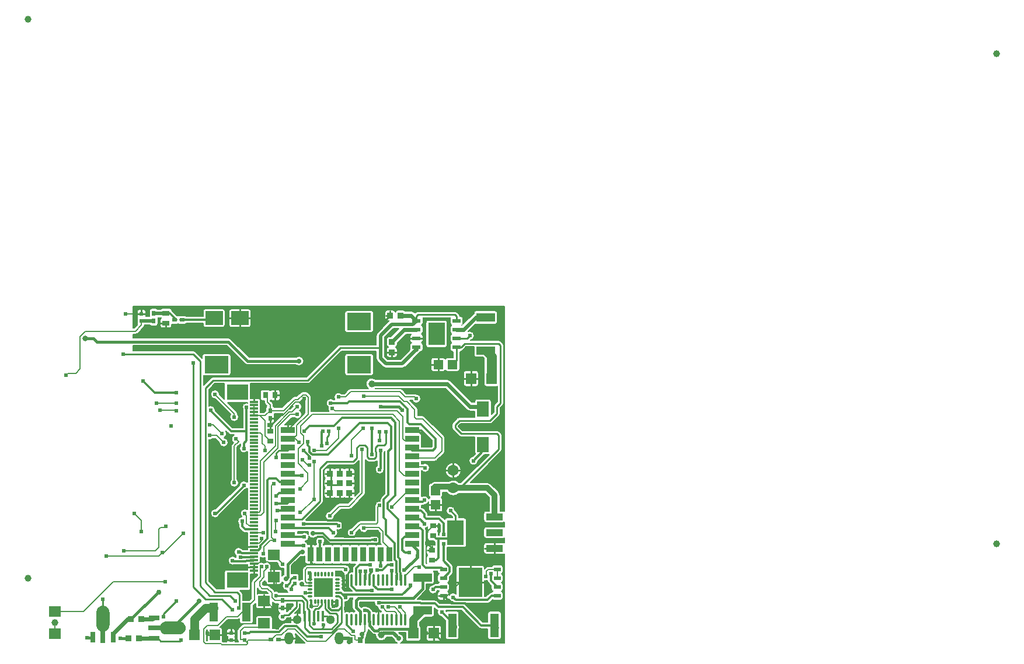
<source format=gtl>
G04 Layer: TopLayer*
G04 EasyEDA Pro v2.1.49.573a4102.674264, 2024-03-06 21:11:32*
G04 Gerber Generator version 0.3*
G04 Scale: 100 percent, Rotated: No, Reflected: No*
G04 Dimensions in millimeters*
G04 Leading zeros omitted, absolute positions, 3 integers and 5 decimals*
G04 Panelize: V-CUT, Column: 2, Row: 2, Board Size: 105.286mm x 50.038mm, Panelized Board Size: 174.323mm x 101.42mm, Panelized Method: Only Board Outline*
%FSLAX35Y35*%
%MOMM*%
%AMOval*1,1,$1,$2,$3*1,1,$1,$4,$5*20,1,$1,$2,$3,$4,$5,0*%
%ADD10C,1.0*%
%ADD8191C,0.2032*%
%ADD11C,0.254*%
%ADD12R,1.2X0.3*%
%ADD13R,3.09999X2.3*%
%ADD14O,0.28001X0.8*%
%ADD15O,0.8X0.28001*%
%ADD16R,2.7095X2.69999*%
%ADD17R,2.69999X2.69999*%
%ADD18R,0.4X1.6*%
%ADD19O,1.3X1.8*%
%ADD20C,1.3*%
%ADD21C,1.6*%
%ADD22R,2.47X0.98001*%
%ADD23R,2.47X3.59999*%
%ADD24R,1.2X0.6*%
%ADD25R,2.4X3.29999*%
%ADD26R,1.48501X1.62001*%
%ADD27R,2.69999X1.28252*%
%ADD28R,1.28252X2.69999*%
%ADD29R,3.39999X4.29999*%
%ADD30R,1.0X0.6*%
%ADD31R,1.0X0.6*%
%ADD32R,0.67201X1.575*%
%ADD33R,0.80648X0.86401*%
%ADD34R,0.80648X0.86401*%
%ADD35R,0.54X0.79009*%
%ADD36R,1.575X0.67201*%
%ADD37R,2.1X0.95001*%
%ADD38R,0.95001X2.1*%
%ADD39R,0.9X0.9*%
%ADD40R,3.5X2.5*%
%ADD41R,2.5X2.0*%
%ADD42R,0.54X0.79009*%
%ADD43R,1.0X0.8*%
%ADD44R,0.6X0.6*%
%ADD45R,1.48501X1.62001*%
%ADD46R,0.9X0.8*%
%ADD47R,0.86401X0.80648*%
%ADD48R,1.28252X3.456*%
%ADD49R,0.8X0.9*%
%ADD50R,0.79009X0.54*%
%ADD51R,0.54X0.56566*%
%ADD52R,1.7X2.2*%
%ADD53R,1.72799X1.48501*%
%ADD54R,1.72799X1.48501*%
%ADD55R,1.41X1.35001*%
%ADD56R,1.35001X1.41*%
%ADD57R,0.79009X0.54*%
%ADD58Oval,0.343X0.0X-0.69425X0.0X0.69425*%
%ADD59C,0.61*%
%ADD60C,0.71*%
%ADD61C,0.8*%
%ADD62C,0.75*%
%ADD63C,0.6*%
%ADD64C,0.7*%
%ADD65C,0.62*%
%ADD66C,0.57*%
%ADD67C,1.28*%
%ADD68C,1.46*%
%ADD69C,0.85*%
%ADD70C,1.2*%
%ADD71C,0.55*%
%ADD72C,0.5*%
%ADD73C,0.33*%
%ADD74C,0.3*%
%ADD75C,0.4*%
%ADD76C,0.25*%
%ADD77C,0.2*%
%ADD78C,0.45*%
%ADD79C,0.15*%
%ADD80C,0.27*%
G75*


G04 Panelize Start*
G54D10*
G01X1692427Y1012827D03*
G01X15739827Y1512827D03*
G01X1692427Y9129119D03*
G01X15739827Y8629119D03*
G04 Panelize End*

G04 Copper Start*
G36*
G01X8600440Y4955286D02*
G01X8600440Y1988078D01*
G03X8585789Y1991211I-14651J-32680D01*
G01X8540603D01*
G01Y2218411D01*
G03X8517666Y2273787I-78314J0D01*
G01X8411976Y2379476D01*
G03X8356600Y2402414I-55376J-55376D01*
G01X8109540D01*
G01X8555863Y2848737D01*
G03X8570014Y2882900I-34163J34163D01*
G01Y3086100D01*
G03X8555863Y3120263I-48314J0D01*
G01X8530863Y3145263D01*
G03X8496700Y3159414I-34163J-34163D01*
G01X7996012D01*
G01X7938727Y3216699D01*
G01Y3222201D01*
G01X7970212Y3253686D01*
G01X8394700D01*
G03X8428863Y3267837I0J48314D01*
G01X8530463Y3369437D01*
G03X8544614Y3403600I-34163J34163D01*
G01Y3485188D01*
G01X8581263Y3521837D01*
G03X8595414Y3556000I-34163J34163D01*
G01Y4394600D01*
G03X8581263Y4428763I-48314J0D01*
G01X8556263Y4453763D01*
G03X8522100Y4467914I-34163J-34163D01*
G01X8109188D01*
G03X8168914Y4533900I-6588J65986D01*
G03X8102600Y4600214I-66314J0D01*
G03X8076874Y4595021I0J-66314D01*
G01X8182893Y4701039D01*
G03X8196200Y4698475I13307J33250D01*
G01X8466200D01*
G03X8502014Y4734289I0J35814D01*
G01Y4862542D01*
G03X8466200Y4898356I-35814J0D01*
G01X8196200D01*
G03X8160386Y4862542I0J-35814D01*
G01Y4855856D01*
G03X8143839Y4843892I28929J-57440D01*
G01X8001854Y4701908D01*
G03X8006644Y4719800I-31024J17892D01*
G01Y4779800D01*
G03X7970830Y4815614I-35814J0D01*
G01X7959106D01*
G03X7944993Y4847863I-48276J-1914D01*
G01X7919993Y4872863D01*
G03X7885830Y4887014I-34163J-34163D01*
G01X7354170D01*
G03X7320007Y4872863I0J-48314D01*
G01X7309594Y4862451D01*
G01X7299508Y4872537D01*
G01X7299507D01*
G03X7252970Y4891814I-46537J-46537D01*
G01X7166532D01*
G03X7138760Y4905014I-27772J-22614D01*
G01X7058113D01*
G03X7023100Y4876734I0J-35814D01*
G03X6988087Y4905014I-35013J-7534D01*
G01X6907440D01*
G03X6871626Y4869200I0J-35814D01*
G01Y4782800D01*
G03X6907440Y4746986I35814J0D01*
G01X6930996D01*
G03X6927530Y4743770I41304J-47986D01*
G01X6762430Y4578670D01*
G03X6743886Y4533900I44770J-44770D01*
G01Y4404614D01*
G01X6223000D01*
G03X6188695Y4390405I0J-48514D01*
G01X5733005Y3934714D01*
G01X4381500D01*
G03X4347195Y3920505I0J-48514D01*
G01X4240314Y3813623D01*
G01Y3953881D01*
G03X4252100Y3951886I11786J33819D01*
G01X4602100D01*
G03X4637914Y3987700I0J35814D01*
G01Y4237700D01*
G03X4602100Y4273514I-35814J0D01*
G01X4252100D01*
G03X4216286Y4237700I0J-35814D01*
G01Y4210054D01*
G01X4124270Y4302070D01*
G03X4089400Y4316514I-34870J-34870D01*
G01X3223260D01*
G01Y4389186D01*
G01X4574281D01*
G01X4837334Y4126134D01*
G03X4876800Y4109786I39466J39466D01*
G01X5581710D01*
G03X5626100Y4094286I44390J55814D01*
G03X5697414Y4165600I0J71314D01*
G03X5626100Y4236914I-71314J0D01*
G03X5581710Y4221414I0J-71314D01*
G01X4899919D01*
G01X4636866Y4484466D01*
G03X4597400Y4500814I-39466J-39466D01*
G01X3223260D01*
G01Y4551586D01*
G01X3251200D01*
G03X3283595Y4565005I0J45814D01*
G01X3372495Y4653905D01*
G03X3385914Y4686300I-32395J32395D01*
G01Y4687286D01*
G01X3460732D01*
G03X3490900Y4670773I30168J19301D01*
G01X3544900D01*
G03X3580714Y4706587I0J35814D01*
G01Y4785596D01*
G03X3579642Y4794294I-35814J0D01*
G01X3618770D01*
G03X3626136Y4787900I26943J23595D01*
G03X3609899Y4757910I19577J-29990D01*
G01Y4677910D01*
G03X3645713Y4642096I35814J0D01*
G01X3745713D01*
G03X3781527Y4677910I0J35814D01*
G01Y4699686D01*
G01X3858496D01*
G03X3873500Y4702980I0J35814D01*
G03X3888504Y4699686I15004J32520D01*
G01X3967513D01*
G03X3992848Y4710186I0J35814D01*
G01X4232286D01*
G01Y4687700D01*
G03X4268100Y4651886I35814J0D01*
G01X4518100D01*
G03X4553914Y4687700I0J35814D01*
G01Y4887700D01*
G03X4518100Y4923514I-35814J0D01*
G01X4268100D01*
G03X4232286Y4887700I0J-35814D01*
G01Y4814814D01*
G01X3992848D01*
G03X3967513Y4825314I-25335J-25314D01*
G01X3888504D01*
G03X3873500Y4822020I0J-35814D01*
G03X3858496Y4825314I-15004J-32520D01*
G01X3857237D01*
G01X3787670Y4894881D01*
G03X3781452Y4900195I-36992J-36992D01*
G03X3745713Y4933704I-35740J-2305D01*
G01X3645713D01*
G03X3614770Y4915922I0J-35814D01*
G01X3573685D01*
G03X3544900Y4930427I-28785J-21309D01*
G01X3490900D01*
G03X3455086Y4894613I0J-35814D01*
G01Y4815604D01*
G01X3455126Y4813914D01*
G01X3405284D01*
G03X3405914Y4820600I-35184J6686D01*
G01Y4880600D01*
G03X3370100Y4916414I-35814J0D01*
G01X3310100D01*
G03X3274286Y4880600I0J-35814D01*
G01Y4820600D01*
G03X3280391Y4800600I35814J0D01*
G03X3274286Y4780600I29709J-20000D01*
G01Y4720600D01*
G03X3284532Y4695522I35814J0D01*
G01X3232223Y4643214D01*
G01X3223260D01*
G01Y4955286D01*
G01X8600440D01*
G37*
%LPC*%
G36*
G01X6286286Y4612700D02*
G03X6322100Y4576886I35814J0D01*
G01X6672100D01*
G03X6707914Y4612700I0J35814D01*
G01Y4862700D01*
G03X6672100Y4898514I-35814J0D01*
G01X6322100D01*
G03X6286286Y4862700I0J-35814D01*
G01Y4612700D01*
G37*
G36*
G01X4607286Y4687700D02*
G03X4643100Y4651886I35814J0D01*
G01X4893100D01*
G03X4928914Y4687700I0J35814D01*
G01Y4887700D01*
G03X4893100Y4923514I-35814J0D01*
G01X4643100D01*
G03X4607286Y4887700I0J-35814D01*
G01Y4687700D01*
G37*
%LPD*%
G36*
G01X4285141Y106814D02*
G01X4282674Y109281D01*
G01Y259019D01*
G01X4293678Y270023D01*
G01Y109504D01*
G03X4293779Y106814I35814J0D01*
G01X4285141D01*
G37*
G36*
G01X4540584Y869504D02*
G03X4541533Y861314I35814J0D01*
G01X4426995D01*
G01X4315714Y972595D01*
G01Y3020988D01*
G03X4330700Y3019286I14986J65112D01*
G03X4379333Y3040286I0J66814D01*
G01X4413323D01*
G01X4467116Y2986493D01*
G01X4467086Y2984500D01*
G03X4533900Y2917686I66814J0D01*
G03X4600714Y2984500I0J66814D01*
G03X4537329Y3051226I-66814J0D01*
G03X4575314Y3111500I-28829J60274D01*
G03X4562781Y3150457I-66814J0D01*
G01X4603730Y3109509D01*
G03X4639661Y3094625I35931J35931D01*
G01X4682068D01*
G03X4645386Y3035300I29632J-59325D01*
G03X4672880Y2981536I66314J0D01*
G01X4655672Y2964328D01*
G03X4642986Y2933700I30628J-30628D01*
G01Y2450514D01*
G03X4619986Y2400300I43314J-50214D01*
G03X4686300Y2333986I66314J0D01*
G03X4752614Y2400300I0J66314D01*
G03X4729614Y2450514I-66314J0D01*
G01Y2915759D01*
G01X4775186Y2961331D01*
G01Y2938209D01*
G03X4759686Y2895600I50814J-42609D01*
G03X4826000Y2829286I66314J0D01*
G03X4876301Y2852386I0J66314D01*
G03X4877011Y2849499I35102J7106D01*
G03X4875588Y2839505I34391J-9994D01*
G01Y2809505D01*
G03X4877015Y2799499I35814J0D01*
G03X4875588Y2789493I34388J-10006D01*
G01Y2759493D01*
G03X4877011Y2749499I35814J0D01*
G03X4875588Y2739506I34391J-9994D01*
G01Y2709506D01*
G03X4877015Y2699499I35814J0D01*
G03X4875588Y2689493I34388J-10006D01*
G01Y2659493D01*
G03X4877011Y2649499I35814J0D01*
G03X4875588Y2639506I34391J-9994D01*
G01Y2609506D01*
G03X4877015Y2599500I35814J0D01*
G03X4875588Y2589493I34388J-10006D01*
G01Y2559493D01*
G03X4877011Y2549500I35814J0D01*
G03X4875588Y2539506I34391J-9994D01*
G01Y2509506D01*
G03X4877015Y2499500I35814J0D01*
G03X4875588Y2489493I34388J-10006D01*
G01Y2459493D01*
G03X4877011Y2449500I35814J0D01*
G03X4875588Y2439506I34391J-9994D01*
G01Y2409506D01*
G03X4875757Y2406039I35814J0D01*
G03X4826000Y2428514I-49757J-43839D01*
G03X4759717Y2364244I0J-66314D01*
G01X4416839Y2021365D01*
G03X4406900Y2022114I-9939J-65565D01*
G03X4340586Y1955800I0J-66314D01*
G03X4406900Y1889486I66314J0D01*
G03X4471024Y1938898I0J66314D01*
G01X4828044Y2295917D01*
G03X4875588Y2318171I-2044J66283D01*
G01Y2309506D01*
G03X4877015Y2299500I35814J0D01*
G03X4875588Y2289494I34388J-10006D01*
G01Y2259494D01*
G03X4877011Y2249500I35814J0D01*
G03X4875588Y2239507I34391J-9994D01*
G01Y2209507D01*
G03X4877015Y2199500I35814J0D01*
G03X4875588Y2189494I34388J-10006D01*
G01Y2159494D01*
G03X4877011Y2149500I35814J0D01*
G03X4875588Y2139507I34391J-9994D01*
G01Y2109507D01*
G03X4877015Y2099501I35814J0D01*
G03X4875588Y2089494I34388J-10006D01*
G01Y2059494D01*
G03X4877011Y2049501I35814J0D01*
G03X4875588Y2039507I34391J-9994D01*
G01Y2010907D01*
G03X4838700Y2022114I-36888J-55107D01*
G03X4772386Y1955800I0J-66314D01*
G03X4793350Y1907417I66314J0D01*
G03X4734286Y1841500I7250J-65917D01*
G03X4749786Y1798891I66314J0D01*
G01Y1765300D01*
G03X4764669Y1729369I50814J0D01*
G01X4805461Y1688577D01*
G03X4841392Y1673694I35931J35931D01*
G01X4875588D01*
G01Y1659495D01*
G03X4877011Y1649501I35814J0D01*
G03X4875588Y1639508I34391J-9994D01*
G01Y1609508D01*
G03X4877015Y1599502I35814J0D01*
G03X4875588Y1589495I34388J-10006D01*
G01Y1559495D01*
G03X4877011Y1549502I35814J0D01*
G03X4875588Y1539508I34391J-9994D01*
G01Y1509508D01*
G03X4877015Y1499502I35814J0D01*
G03X4875588Y1489495I34388J-10006D01*
G01Y1459495D01*
G03X4877011Y1449502I35814J0D01*
G03X4875588Y1439508I34391J-9994D01*
G01Y1429479D01*
G01X4814583D01*
G01X4811131Y1432931D01*
G03X4798238Y1442291I-35931J-35931D01*
G03X4749800Y1463314I-48438J-45291D01*
G03X4683486Y1397000I0J-66314D01*
G03X4712438Y1342213I66314J0D01*
G03X4708886Y1320800I62762J-21413D01*
G03X4709094Y1315551I66314J0D01*
G03X4660900Y1336314I-48194J-45551D01*
G03X4594586Y1270000I0J-66314D01*
G03X4660900Y1203686I66314J0D01*
G03X4679966Y1206486I0J66314D01*
G01X4851400D01*
G03X4875588Y1212612I0J50814D01*
G01Y1209509D01*
G03X4877015Y1199502I35814J0D01*
G03X4875588Y1189496I34388J-10006D01*
G01Y1159496D01*
G03X4877011Y1149502I35814J0D01*
G03X4875588Y1139509I34391J-9994D01*
G01Y1135318D01*
G01X4576398D01*
G03X4540584Y1099504I0J-35814D01*
G01Y869504D01*
G37*
G36*
G01X4813286Y3449891D02*
G01X4813286Y3196253D01*
G01X4660708D01*
G01X4409819Y3447143D01*
G03X4410214Y3454400I-66419J7257D01*
G03X4343400Y3521214I-66814J0D01*
G03X4315714Y3515208I0J-66814D01*
G01Y3751805D01*
G01X4401595Y3837686D01*
G01X4541533D01*
G03X4540584Y3829496I34865J-8190D01*
G01Y3614107D01*
G01X4473684Y3681007D01*
G01X4473714Y3683000D01*
G03X4406900Y3749814I-66814J0D01*
G03X4340086Y3683000I0J-66814D01*
G03X4406900Y3616186I66814J0D01*
G01X4408893Y3616216D01*
G01X4632581Y3392528D01*
G03X4619486Y3352800I53719J-39728D01*
G03X4686300Y3285986I66814J0D01*
G03X4753114Y3352800I0J66814D01*
G03X4732114Y3401433I-66814J0D01*
G01Y3403600D01*
G03X4718695Y3435995I-45814J0D01*
G01X4591009Y3563682D01*
G01X4875588D01*
G01Y3559491D01*
G01X4875628Y3557804D01*
G03X4864100Y3558814I-11528J-65304D01*
G03X4797786Y3492500I0J-66314D01*
G03X4813286Y3449891I66314J0D01*
G37*
G36*
G01X4729386Y127000D02*
G03X4743578Y93849I45814J0D01*
G01X4703417D01*
G01Y142598D01*
G03X4695465Y165100I-35814J0D01*
G03X4703417Y187602I-27862J22502D01*
G01Y247602D01*
G03X4667603Y283416I-35814J0D01*
G01X4607603D01*
G03X4571789Y247602I0J-35814D01*
G01Y187602D01*
G03X4579741Y165100I35814J0D01*
G03X4571789Y142598I27862J-22502D01*
G01Y93849D01*
G01X4526706D01*
G01X4526428Y94128D01*
G03X4513239Y103148I-30628J-30628D01*
G03X4513807Y109504I-35245J6356D01*
G01Y271506D01*
G03X4483020Y306965I-35814J0D01*
G01X4589941Y413886D01*
G01X4734916D01*
G03X4761975Y423379I0J43314D01*
G01Y385700D01*
G03X4797789Y349886I35814J0D01*
G01X4817867D01*
G03X4793605Y337195I8133J-45086D01*
G01X4742805Y286395D01*
G03X4729386Y254000I32395J-32395D01*
G01Y127000D01*
G37*
G36*
G01X4811014Y691514D02*
G01X4811014Y774700D01*
G03X4796805Y809005I-48514J0D01*
G01X4772119Y833690D01*
G01X4886397D01*
G03X4922211Y869504I0J35814D01*
G01Y1073695D01*
G01X5021486D01*
G01Y1060377D01*
G01X4946005Y984895D01*
G03X4932586Y952500I32395J-32395D01*
G01Y719661D01*
G01X4904439Y691514D01*
G01X4811014D01*
G37*
G36*
G01X8413914Y3389540D02*
G01X8413914Y3579640D01*
G03X8378100Y3615454I-35814J0D01*
G01X8208100D01*
G03X8172286Y3579640I0J-35814D01*
G01Y3571014D01*
G01X8129861D01*
G01X7818937Y3881937D01*
G03X7772400Y3901214I-46537J-46537D01*
G01X6735269D01*
G03X6680200Y3921214I-55069J-65814D01*
G03X6594386Y3835400I0J-85814D01*
G03X6628492Y3766914I85814J0D01*
G01X6375400D01*
G03X6343005Y3753495I0J-45814D01*
G01X6280223Y3690714D01*
G01X6245544D01*
G03X6197600Y3711214I-47944J-45814D01*
G03X6131286Y3644900I0J-66314D01*
G03X6143314Y3606814I66314J0D01*
G01X6125909D01*
G03X6083300Y3622314I-42609J-50814D01*
G03X6016986Y3556000I0J-66314D01*
G03X6045938Y3501213I66314J0D01*
G03X6042386Y3479800I62762J-21413D01*
G03X6058290Y3436714I66314J0D01*
G01X5816600D01*
G03X5803854Y3434905I0J-45814D01*
G01Y3642588D01*
G03X5790435Y3674984I-45814J0D01*
G01X5757784Y3707635D01*
G03X5725388Y3721054I-32395J-32395D01*
G01X5679212D01*
G03X5646816Y3707635I0J-45814D01*
G01X5591795Y3652614D01*
G01X5562600D01*
G03X5530205Y3639195I0J-45814D01*
G01X5382232Y3491222D01*
G01X5269254D01*
G03X5252814Y3515387I-35254J-6309D01*
G01Y3530295D01*
G03X5239395Y3562691I-45814J0D01*
G01X5212809Y3589277D01*
G01Y3598893D01*
G03X5237002Y3589486I24194J26407D01*
G01X5317002D01*
G03X5352816Y3625300I0J35814D01*
G01Y3715300D01*
G03X5317002Y3751114I-35814J0D01*
G01X5237002D01*
G03X5207000Y3734857I0J-35814D01*
G03X5176998Y3751114I-30002J-19557D01*
G01X5096998D01*
G03X5061184Y3715300I0J-35814D01*
G01Y3625300D01*
G03X5096998Y3589486I35814J0D01*
G01X5121181D01*
G01Y3570300D01*
G03X5134600Y3537905I45814J0D01*
G01X5158757Y3513747D01*
G03X5144186Y3484913I21242J-28834D01*
G01Y3447385D01*
G01X5117106Y3420306D01*
G01X5067216D01*
G01Y3439504D01*
G03X5065794Y3449498I-35814J0D01*
G03X5067216Y3459491I-34391J9994D01*
G01Y3489491D01*
G03X5065790Y3499498I-35814J0D01*
G03X5067216Y3509504I-34388J10006D01*
G01Y3539504D01*
G03X5065794Y3549498I-35814J0D01*
G03X5067216Y3559491I-34391J9994D01*
G01Y3589491D01*
G03X5031402Y3625305I-35814J0D01*
G01X4922211D01*
G01Y3829496D01*
G03X4921262Y3837686I-35814J0D01*
G01X5753100D01*
G03X5787405Y3851895I0J48514D01*
G01X6243095Y4307586D01*
G01X6743886D01*
G01Y4203700D01*
G03X6762430Y4158930I63314J0D01*
G01X6838630Y4082730D01*
G03X6883400Y4064186I44770J44770D01*
G01X7124700D01*
G03X7169470Y4082730I0J63314D01*
G01X7361235Y4274496D01*
G03X7388258Y4302986I-32065J57474D01*
G01X7389170D01*
G03X7424984Y4338800I0J35814D01*
G01Y4398800D01*
G03X7401834Y4432300I-35814J0D01*
G03X7424984Y4465800I-12664J33500D01*
G01Y4525800D01*
G03X7401834Y4559300I-35814J0D01*
G03X7424984Y4592800I-12664J33500D01*
G01Y4652800D01*
G03X7401834Y4686300I-35814J0D01*
G03X7424984Y4719800I-12664J33500D01*
G01Y4779800D01*
G03X7423384Y4790386I-35814J0D01*
G01X7816616D01*
G03X7815016Y4779800I34214J-10586D01*
G01Y4719800D01*
G03X7838166Y4686300I35814J0D01*
G03X7815016Y4652800I12664J-33500D01*
G01Y4592800D01*
G03X7838166Y4559300I35814J0D01*
G03X7815016Y4525800I12664J-33500D01*
G01Y4465800D01*
G03X7838166Y4432300I35814J0D01*
G03X7815016Y4398800I12664J-33500D01*
G01Y4338800D01*
G03X7850830Y4302986I35814J0D01*
G01X7862516D01*
G01Y4218115D01*
G01X7779497D01*
G03X7747000Y4197354I0J-35814D01*
G03X7714503Y4218115I-32497J-15053D01*
G01X7573503D01*
G03X7537689Y4182301I0J-35814D01*
G01Y4182300D01*
G01Y4047300D01*
G03X7573503Y4011486I35814J0D01*
G01X7714503D01*
G03X7747000Y4032246I0J35814D01*
G03X7779497Y4011486I32497J15053D01*
G01X7920497D01*
G03X7956311Y4047300I0J35814D01*
G01Y4159333D01*
G03X7959144Y4175633I-45481J16300D01*
G01Y4302986D01*
G01X7970830D01*
G03X8005804Y4331091I0J35814D01*
G03X8009763Y4334637I-30204J37709D01*
G01X8046412Y4371286D01*
G01X8160386D01*
G01Y4256058D01*
G03X8196200Y4220244I35814J0D01*
G01X8289982D01*
G01X8308144Y4202082D01*
G01Y4001977D01*
G03X8306893Y3992596I34563J-9381D01*
G01Y3830594D01*
G03X8342707Y3794780I35814J0D01*
G01X8491209D01*
G03X8498786Y3795591I0J35814D01*
G01Y3576012D01*
G01X8462137Y3539363D01*
G03X8447986Y3505200I34163J-34163D01*
G01Y3423612D01*
G01X8413914Y3389540D01*
G37*
%LPC*%
G36*
G01X6672100Y3951886D02*
G03X6707914Y3987700I0J35814D01*
G01Y4237700D01*
G03X6672100Y4273514I-35814J0D01*
G01X6322100D01*
G03X6286286Y4237700I0J-35814D01*
G01Y3987700D01*
G03X6322100Y3951886I35814J0D01*
G01X6672100D01*
G37*
G36*
G01X7464186Y4394300D02*
G03X7500000Y4358486I35814J0D01*
G01X7740000D01*
G03X7775814Y4394300I0J35814D01*
G01Y4724300D01*
G03X7740000Y4760114I-35814J0D01*
G01X7500000D01*
G03X7464186Y4724300I0J-35814D01*
G01Y4394300D01*
G37*
G36*
G01X8192708Y3794780D02*
G03X8228522Y3830594I0J35814D01*
G01Y3992596D01*
G03X8192708Y4028410I-35814J0D01*
G01X8044207D01*
G03X8008393Y3992596I0J-35814D01*
G01Y3830594D01*
G03X8044207Y3794780I35814J0D01*
G01X8192708D01*
G37*
%LPD*%
G36*
G01X5239960Y282174D02*
G03X5240313Y287191I-35461J5018D01*
G01Y435693D01*
G03X5204499Y471507I-35814J0D01*
G01X5031701D01*
G03X4995887Y435693I0J-35814D01*
G01Y350614D01*
G01X4933225D01*
G03X4961856Y385700I-7183J35086D01*
G01Y619349D01*
G01X4995887Y653380D01*
G01Y605707D01*
G03X5031701Y569893I35814J0D01*
G01X5204499D01*
G03X5240313Y605707I0J35814D01*
G01Y663896D01*
G01X5247096Y657113D01*
G03X5279492Y643694I32395J32395D01*
G01X5322546D01*
G03X5325280Y635000I35254J6309D01*
G03X5321986Y619996I32520J-15004D01*
G01Y540987D01*
G03X5346654Y506952I35814J0D01*
G03X5317986Y452097I38146J-54854D01*
G03X5384800Y385283I66814J0D01*
G03X5449140Y434086I0J66814D01*
G01X5473700D01*
G03X5504121Y444809I0J48514D01*
G03X5498692Y412173I95385J-32635D01*
G03X5508733Y368314I100814J0D01*
G01X5422900D01*
G03X5386969Y353431I0J-50814D01*
G01X5315712Y282174D01*
G01X5239960D01*
G37*
G36*
G01X5024214Y789231D02*
G01X5024214Y867295D01*
G01X5060305Y831205D01*
G03X5092700Y817786I32395J32395D01*
G01X5149923D01*
G01X5177687Y790023D01*
G01X5031701D01*
G03X5024214Y789231I0J-35814D01*
G37*
G36*
G01X5118100Y1235377D02*
G03X5080000Y1247414I-38100J-54277D01*
G03X5066614Y1246049I0J-66314D01*
G03X5065794Y1249502I-35212J-6540D01*
G03X5067216Y1259496I-34391J9994D01*
G01Y1289496D01*
G03X5065790Y1299502I-35814J0D01*
G03X5067216Y1309508I-34388J10006D01*
G01Y1317382D01*
G03X5105400Y1305286I38184J54218D01*
G03X5135587Y1312555I0J66314D01*
G01Y1278807D01*
G03X5154218Y1247384I35814J0D01*
G03X5118100Y1235377I1982J-66284D01*
G37*
G36*
G01X5447447Y834892D02*
G03X5459202Y810514I64353J16008D01*
G01X5340373D01*
G03X5295900Y827814I-44473J-48514D01*
G03X5271913Y823287I0J-65814D01*
G03X5264795Y832495I-39513J-23187D01*
G01X5201295Y895995D01*
G03X5168900Y909414I-32395J-32395D01*
G01X5111677D01*
G01X5100414Y920677D01*
G01Y946223D01*
G01X5135587Y981396D01*
G01Y960291D01*
G03X5171401Y924477I35814J0D01*
G01X5344199D01*
G03X5379977Y958671I0J35814D01*
G03X5396373Y943744I55623J44629D01*
G03X5381486Y901700I51927J-42044D01*
G03X5447447Y834892I66814J0D01*
G37*
G36*
G01X5176614Y3219216D02*
G01X5176614Y3261233D01*
G03X5180000Y3261073I3386J35654D01*
G01X5234000D01*
G03X5269814Y3296887I0J35814D01*
G01Y3375896D01*
G03X5266520Y3390900I-35814J0D01*
G03X5269254Y3399594I-32520J15004D01*
G01X5392204D01*
G01X5250805Y3258195D01*
G03X5237386Y3225800I32395J-32395D01*
G01Y3219216D01*
G01X5176614D01*
G37*
G36*
G01X5380013Y1047975D02*
G01X5380013Y1108793D01*
G03X5344199Y1144607I-35814J0D01*
G01X5211570D01*
G03X5222514Y1181100I-55370J36493D01*
G03X5180007Y1242993I-66314J0D01*
G01X5303074D01*
G01X5318959Y1227108D01*
G03X5318486Y1219200I65841J-7908D01*
G03X5384800Y1152886I66314J0D01*
G03X5405186Y1156097I0J66314D01*
G01Y1067803D01*
G03X5380013Y1047975I30414J-64503D01*
G37*
G36*
G01X5560533Y3263124D02*
G03X5549130Y3244167I32395J-32395D01*
G01X5417157D01*
G01X5518077Y3345086D01*
G01X5552756D01*
G03X5600700Y3324586I47944J45814D01*
G03X5627773Y3330364I0J66314D01*
G01X5560534Y3263124D01*
G01X5560533D01*
G37*
G36*
G01X5446226Y531114D02*
G03X5447614Y540987I-34426J9873D01*
G01Y619996D01*
G03X5444320Y635000I-35814J0D01*
G03X5446462Y640994I-32520J15004D01*
G01X5537985D01*
G01Y615494D01*
G01X5453605Y531114D01*
G01X5446226D01*
G37*
G36*
G01X5490465Y3469874D02*
G01X5535033Y3514442D01*
G03X5534386Y3505200I65667J-9242D01*
G01X5534403Y3503694D01*
G01X5500583Y3469874D01*
G01X5490465D01*
G37*
G36*
G01X5664200Y998414D02*
G03X5624852Y986576I0J-71314D01*
G03X5625414Y992899I-35251J6323D01*
G01Y1049464D01*
G01Y1049465D01*
G03X5589600Y1085279I-35814J0D01*
G01X5535600D01*
G03X5516814Y1079956I0J-35814D01*
G01Y1196081D01*
G01X5651208Y1330475D01*
G03X5676900Y1325686I25692J66525D01*
G03X5707898Y1332775I0J71314D01*
G01Y1255348D01*
G03X5743712Y1219534I35814J0D01*
G01X5838713D01*
G03X5854713Y1223306I0J35814D01*
G03X5870712Y1219534I15999J32042D01*
G01X5965713D01*
G03X5981713Y1223306I0J35814D01*
G03X5997712Y1219534I15999J32042D01*
G01X6092713D01*
G03X6108713Y1223306I0J35814D01*
G03X6124712Y1219534I15999J32042D01*
G01X6219713D01*
G03X6235713Y1223306I0J35814D01*
G03X6251712Y1219534I15999J32042D01*
G01X6346713D01*
G03X6362713Y1223306I0J35814D01*
G03X6378712Y1219534I15999J32042D01*
G01X6443166D01*
G01X6415263Y1191631D01*
G03X6400380Y1155700I35931J-35931D01*
G01Y1105529D01*
G03X6386195Y1107464I-14185J-51029D01*
G03X6353696Y1096321I0J-52964D01*
G03X6349209Y1099450I-32499J-41821D01*
G03X6365514Y1143000I-50009J43550D01*
G03X6299200Y1209314I-66314J0D01*
G03X6286897Y1208163I0J-66314D01*
G03X6279200Y1208814I-7697J-45163D01*
G01X5745072D01*
G03X5712676Y1195395I0J-45814D01*
G01X5684259Y1166979D01*
G03X5670841Y1134583I32395J-32395D01*
G01Y998104D01*
G03X5664200Y998414I-6641J-71004D01*
G37*
G36*
G01X5641257Y503936D02*
G03X5599506Y512987I-41750J-91762D01*
G03X5567471Y507762I0J-100814D01*
G01X5620804Y561094D01*
G03X5635013Y595399I-34305J34305D01*
G01Y640994D01*
G01X5641086D01*
G01Y508000D01*
G03X5641257Y503936I48514J0D01*
G37*
G36*
G01X5573110Y207635D02*
G01X5707085Y73660D01*
G01X5568961D01*
G03X5580330Y120169I-89445J46509D01*
G01Y170169D01*
G03X5573110Y207635I-100814J0D01*
G37*
G36*
G01X5760639Y1644430D02*
G03X5702300Y1679214I-58339J-31530D01*
G03X5658022Y1662266I0J-66314D01*
G01X5603503D01*
G01Y1684353D01*
G03X5603352Y1687638I-35814J0D01*
G01X5762124D01*
G03X5757986Y1663700I67176J-23938D01*
G03X5760639Y1644430I71314J0D01*
G37*
G36*
G01X5712226Y3414817D02*
G01X5661236Y3363827D01*
G03X5667014Y3390900I-60536J27073D01*
G03X5634337Y3448050I-66314J0D01*
G03X5667014Y3505200I-33637J57150D01*
G03X5629441Y3564962I-66314J0D01*
G03X5643167Y3574405I-18669J41838D01*
G01X5698188Y3629426D01*
G01X5706412D01*
G01X5712226Y3623612D01*
G01Y3414817D01*
G37*
G36*
G01X5854713Y1497389D02*
G03X5838713Y1501162I-15999J-32042D01*
G01X5754134D01*
G03X5713888Y1547606I-64534J-15262D01*
G03X5768614Y1612900I-11588J65294D01*
G03X5766290Y1630302I-66314J0D01*
G03X5829300Y1592386I63010J33398D01*
G03X5879336Y1612886I0J71314D01*
G01X5911741D01*
G03X5864586Y1549400I19159J-63486D01*
G03X5880099Y1506776I66314J0D01*
G01Y1501162D01*
G01X5870712D01*
G03X5854713Y1497389I0J-35814D01*
G37*
G36*
G01X6004286Y1917700D02*
G03X6051441Y1854214I66314J0D01*
G01X5732209D01*
G03X5725062Y1859436I-42609J-50814D01*
G01X5965063Y2099437D01*
G03X5979214Y2133600I-34163J34163D01*
G01Y2583488D01*
G01X6052512Y2656786D01*
G01X6408640D01*
G03X6442803Y2670937I0J48314D01*
G01X6494686Y2722820D01*
G01Y2266877D01*
G01X6433457Y2205648D01*
G01X6433519Y2207751D01*
G01Y2297751D01*
G03X6423347Y2322754I-35814J0D01*
G03X6433519Y2347756I-25642J25002D01*
G01Y2437756D01*
G03X6423347Y2462759I-35814J0D01*
G03X6433519Y2487761I-25642J25002D01*
G01Y2577761D01*
G03X6397705Y2613575I-35814J0D01*
G01X6307705D01*
G03X6282703Y2603403I0J-35814D01*
G03X6257700Y2613575I-25002J-25642D01*
G01X6167700D01*
G03X6142698Y2603403I0J-35814D01*
G03X6117695Y2613575I-25002J-25642D01*
G01X6027696D01*
G03X5991882Y2577761I0J-35814D01*
G01Y2487761D01*
G03X6002053Y2462759I35814J0D01*
G03X5991882Y2437756I25642J-25002D01*
G01Y2347756D01*
G03X6002053Y2322754I35814J0D01*
G03X5991882Y2297751I25642J-25002D01*
G01Y2207751D01*
G03X6027696Y2171937I35814J0D01*
G01X6117695D01*
G03X6142698Y2182109I0J35814D01*
G03X6167700Y2171937I25002J25642D01*
G01X6257700D01*
G03X6282703Y2182109I0J35814D01*
G03X6307705Y2171937I25002J25642D01*
G01X6397705D01*
G01X6399809Y2171999D01*
G01X6331023Y2103214D01*
G01X6210300D01*
G03X6177905Y2089795I0J-45814D01*
G01X6072106Y1983997D01*
G01X6070600Y1984014D01*
G03X6004286Y1917700I0J-66314D01*
G37*
G36*
G01X5810250Y582959D02*
G01X5788914Y604295D01*
G01Y685800D01*
G03X5786689Y700325I-48514J0D01*
G01X5807086D01*
G01Y649134D01*
G03X5832818Y605527I49814J0D01*
G01X5810250Y582959D01*
G37*
G36*
G01X5952197Y1612886D02*
G01X5953248Y1611835D01*
G03X5950059Y1612886I-22348J-62435D01*
G01X5952197D01*
G37*
G36*
G01X6616713Y1497389D02*
G03X6600713Y1501162I-15999J-32042D01*
G01X6505712D01*
G03X6489713Y1497389I0J-35814D01*
G03X6473713Y1501162I-15999J-32042D01*
G01X6378712D01*
G03X6362713Y1497389I0J-35814D01*
G03X6346713Y1501162I-15999J-32042D01*
G01X6251712D01*
G03X6235713Y1497389I0J-35814D01*
G03X6219713Y1501162I-15999J-32042D01*
G01X6124712D01*
G03X6108713Y1497389I0J-35814D01*
G03X6092713Y1501162I-15999J-32042D01*
G01X5997712D01*
G03X5981727Y1497396I0J-35814D01*
G01Y1506807D01*
G03X5997214Y1549400I-50827J42593D01*
G03X5993335Y1571748I-66314J0D01*
G01X6038914Y1526169D01*
G03X6074845Y1511286I35931J35931D01*
G01X6667500D01*
G03X6694797Y1519240I0J50814D01*
G03X6731000Y1508486I36203J55560D01*
G03X6797314Y1574800I0J66314D01*
G03X6731000Y1641114I-66314J0D01*
G03X6688391Y1625614I0J-66314D01*
G01X6680200D01*
G03X6646594Y1612914I0J-50814D01*
G01X6407259D01*
G03X6454414Y1676400I-19159J63486D01*
G01X6454397Y1677906D01*
G01X6501321Y1724830D01*
G03X6565900Y1673586I64579J15070D01*
G03X6623355Y1706786I0J66314D01*
G01X6762823D01*
G01X6799486Y1670123D01*
G01Y1536700D01*
G03X6812905Y1504305I45814J0D01*
G01X6816048Y1501162D01*
G01X6759712D01*
G03X6743713Y1497389I0J-35814D01*
G03X6727713Y1501162I-15999J-32042D01*
G01X6632712D01*
G03X6616713Y1497389I0J-35814D01*
G37*
G36*
G01X6321786Y1676400D02*
G03X6368941Y1612914I66314J0D01*
G01X6140559D01*
G03X6187714Y1676400I-19159J63486D01*
G03X6174790Y1715732I-66314J0D01*
G03X6197600Y1711686I22810J62268D01*
G03X6263914Y1778000I0J66314D01*
G03X6202588Y1844126I-66314J0D01*
G03X6172200Y1854214I-30388J-40726D01*
G01X6089759D01*
G03X6136914Y1917700I-19159J63486D01*
G01X6136897Y1919206D01*
G01X6229277Y2011586D01*
G01X6350000D01*
G03X6382395Y2025005I0J45814D01*
G01X6572895Y2215505D01*
G03X6586314Y2247900I-32395J32395D01*
G01Y2735520D01*
G01X6607537Y2714297D01*
G03X6641700Y2700146I34163J34163D01*
G01X6718700D01*
G03X6752863Y2714297I0J48314D01*
G01X6756386Y2717820D01*
G01Y2645067D01*
G03X6728186Y2590800I38114J-54267D01*
G03X6794500Y2524486I66314J0D01*
G03X6860814Y2590800I0J66314D01*
G03X6858014Y2609866I-66314J0D01*
G01Y2827591D01*
G03X6870686Y2851041I-50814J42609D01*
G01Y2243548D01*
G01X6819309Y2192171D01*
G03X6804426Y2156240I35931J-35931D01*
G01Y2135667D01*
G03X6794500Y2136414I-9926J-65567D01*
G03X6728186Y2070100I0J-66314D01*
G03X6728338Y2065613I66314J0D01*
G03X6723286Y2044700I40762J-20913D01*
G01Y1849214D01*
G01X6515100D01*
G03X6482705Y1835795I0J-45814D01*
G01X6389606Y1742697D01*
G01X6388100Y1742714D01*
G03X6321786Y1676400I0J-66314D01*
G37*
G36*
G01X6115084Y598878D02*
G01X6114115Y599846D01*
G03X6156702Y649134I-7228J49287D01*
G01Y700325D01*
G01X6190666D01*
G01X6192246Y698745D01*
G01Y617649D01*
G03X6191135Y613461I48514J-15115D01*
G01X6176552Y598878D01*
G01X6115084D01*
G37*
G36*
G01X6350290Y869389D02*
G01X6393724Y825954D01*
G01X6281708D01*
G01X6271604Y836058D01*
G03X6257535Y845997I-35931J-35931D01*
G03X6257708Y850139I-49642J4142D01*
G03X6250984Y875133I-49814J0D01*
G03X6257708Y900126I-43091J24994D01*
G03X6250977Y925133I-49814J0D01*
G03X6257708Y950139I-43083J25006D01*
G03X6250984Y975133I-49814J0D01*
G03X6257708Y1000126I-43091J24994D01*
G03X6207893Y1049941I-49814J0D01*
G01X6156702D01*
G01Y1101132D01*
G03X6154044Y1117186I-49814J0D01*
G01X6238117D01*
G03X6275399Y1081104I61083J25814D01*
G03X6268232Y1054500I45797J-26604D01*
G01Y915651D01*
G03X6321196Y862687I52964J0D01*
G03X6349091Y870628I0J52964D01*
G01X6350289Y869389D01*
G01X6350290D01*
G37*
G36*
G01X6353696Y523170D02*
G03X6321196Y534313I-32499J-41821D01*
G03X6289274Y523612I0J-52964D01*
G01Y576110D01*
G03X6291574Y591224I-48514J15115D01*
G01Y602534D01*
G03X6289274Y617649I-50814J0D01*
G01Y671033D01*
G03X6299200Y670286I9926J65567D01*
G03X6364368Y724326I0J66314D01*
G01X6405490D01*
G03X6395786Y692877I46110J-31449D01*
G01Y592585D01*
G03X6412134Y553119I55814J0D01*
G01X6433857Y531395D01*
G03X6418694Y523170I17337J-50046D01*
G03X6386195Y534313I-32499J-41821D01*
G03X6353696Y523170I0J-52964D01*
G37*
G36*
G01X6808699Y523160D02*
G03X6776187Y534313I-32512J-41811D01*
G03X6743687Y523170I0J-52964D01*
G03X6711188Y534313I-32499J-41821D01*
G03X6696697Y532292I0J-52964D01*
G03X6681566Y560166I-54597J-11592D01*
G01X6656166Y585566D01*
G03X6616700Y601914I-39466J-39466D01*
G01X6614410D01*
G03X6578600Y612414I-35810J-55814D01*
G03X6530925Y592194I0J-66314D01*
G01X6507414Y615704D01*
G01Y669758D01*
G01X6507982Y670326D01*
G01X6716233D01*
G03X6715486Y660400I65567J-9926D01*
G03X6766293Y595924I66314J0D01*
G03X6823397Y531228I66307J976D01*
G03X6808699Y523160I17814J-49879D01*
G37*
G36*
G01X6584716Y73660D02*
G01X6584716Y120579D01*
G03X6598814Y158598I-44216J38019D01*
G01Y162149D01*
G03X6611814Y203200I-58314J41051D01*
G03X6611540Y209449I-71314J0D01*
G01X6613586Y211495D01*
G03X6627005Y243891I-32395J32395D01*
G01Y266362D01*
G01X6678834Y214534D01*
G03X6718300Y198186I39466J39466D01*
G01X6734431D01*
G03X6734086Y190500I85469J-7686D01*
G03X6819900Y104686I85814J0D01*
G03X6898066Y155086I0J85814D01*
G01X6966668D01*
G01X6999656Y122098D01*
G03X7007307Y115616I43002J43002D01*
G03X7048340Y73660I66593J24084D01*
G01X6584716D01*
G37*
G36*
G01X6695116Y1104967D02*
G03X6678689Y1096321I16072J-50467D01*
G03X6656664Y1106418I-32499J-41821D01*
G03X6657614Y1117600I-65364J11182D01*
G03X6653646Y1140196I-66314J0D01*
G01X6654800Y1140186D01*
G03X6694132Y1153110I0J66314D01*
G03X6690086Y1130300I62268J-22810D01*
G03X6695116Y1104967I66314J0D01*
G37*
G36*
G01X7524746Y2184400D02*
G03X7506100Y2164028I15053J-32497D01*
G03X7442200Y2212614I-63900J-17728D01*
G03X7402779Y2199625I0J-66314D01*
G03X7399752Y2208352I-35068J-7272D01*
G03X7403525Y2224352I-32042J15999D01*
G01Y2319353D01*
G03X7399752Y2335352I-35814J0D01*
G03X7403525Y2351352I-32042J15999D01*
G01Y2446353D01*
G03X7399752Y2462352I-35814J0D01*
G03X7403525Y2478352I-32042J15999D01*
G01Y2573353D01*
G01X7403513Y2574285D01*
G03X7454900Y2549886I51387J41915D01*
G03X7521214Y2616200I0J66314D01*
G03X7454900Y2682514I-66314J0D01*
G03X7421121Y2673266I0J-66314D01*
G01X7403525D01*
G01Y2700353D01*
G03X7402553Y2708638I-35814J0D01*
G01X7593152D01*
G03X7625548Y2722057I0J45814D01*
G01X7728595Y2825105D01*
G03X7742014Y2857500I-32395J32395D01*
G01Y3046806D01*
G03X7728595Y3079202I-45814J0D01*
G01X7448002Y3359795D01*
G03X7415606Y3373214I-32395J-32395D01*
G01X7348314D01*
G01Y3465082D01*
G03X7334895Y3497478I-45814J0D01*
G01X7233287Y3599086D01*
G01X7264806D01*
G03X7327900Y3553186I63094J20414D01*
G03X7394214Y3619500I0J66314D01*
G03X7327900Y3685814I-66314J0D01*
G03X7323413Y3685662I0J-66314D01*
G03X7302500Y3690714I-20913J-40762D01*
G01X7184405D01*
G01X7121624Y3753495D01*
G03X7089228Y3766914I-32395J-32395D01*
G01X6731908D01*
G03X6735269Y3769586I-51708J68486D01*
G01X7745139D01*
G01X8056063Y3458663D01*
G03X8102600Y3439386I46537J46537D01*
G01X8172286D01*
G01Y3359640D01*
G03X8173522Y3350314I35814J0D01*
G01X7950200D01*
G03X7916037Y3336163I0J-48314D01*
G01X7856250Y3276377D01*
G03X7842100Y3242213I34163J-34163D01*
G01Y3196687D01*
G03X7856250Y3162523I48314J0D01*
G01X7941837Y3076937D01*
G03X7976000Y3062786I34163J34163D01*
G01X8172286D01*
G01Y2846560D01*
G03X8183899Y2820161I35814J0D01*
G01X8147598Y2783860D01*
G03X8087086Y2717800I5802J-66060D01*
G03X8153400Y2651486I66314J0D01*
G03X8219460Y2711998I0J66314D01*
G01X8318208Y2810746D01*
G01X8378100D01*
G03X8381370Y2810896I0J35814D01*
G01X7972888Y2402414D01*
G01X7962900D01*
G01X7946621D01*
G03X7861300Y2439914I-85321J-78314D01*
G03X7794474Y2418689I0J-115814D01*
G01X7598616D01*
G03X7541272Y2393711I0J-78314D01*
G01X7539800D01*
G03X7503986Y2357897I0J-35814D01*
G01Y2216897D01*
G03X7524746Y2184400I35814J0D01*
G37*
%LPC*%
G36*
G01X7745486Y2578100D02*
G03X7861300Y2462286I115814J0D01*
G03X7977114Y2578100I0J115814D01*
G03X7861300Y2693914I-115814J0D01*
G03X7745486Y2578100I0J-115814D01*
G37*
%LPD*%
G36*
G01X6909625Y4190814D02*
G01X6870514Y4229925D01*
G01Y4369378D01*
G01Y4507675D01*
G01X6998525Y4635686D01*
G01X7070775D01*
G01X6955363Y4520274D01*
G01X6929100D01*
G03X6893286Y4484460I0J-35814D01*
G01Y4403813D01*
G03X6921566Y4368800I35814J0D01*
G03X6893286Y4333787I7534J-35013D01*
G01Y4253140D01*
G03X6929100Y4217326I35814J0D01*
G01X7015500D01*
G03X7051314Y4253140I0J35814D01*
G01Y4333787D01*
G03X7023034Y4368800I-35814J0D01*
G03X7051314Y4403813I-7534J35013D01*
G01Y4430076D01*
G01X7178225Y4556986D01*
G01X7251561D01*
G03X7233356Y4525800I17609J-31186D01*
G01Y4465800D01*
G03X7256506Y4432300I35814J0D01*
G03X7233356Y4398800I12664J-33500D01*
G01Y4338800D01*
G03X7235179Y4327519I35814J0D01*
G01X7098475Y4190814D01*
G01X6909625D01*
G37*
G36*
G01X7099460Y73660D02*
G03X7144714Y139700I-25560J66040D01*
G03X7083967Y209795I-70814J0D01*
G01X7070176Y223586D01*
G01X7171585D01*
G01Y133737D01*
G03X7207399Y97923I35814J0D01*
G01X7355900D01*
G03X7391714Y133737I0J35814D01*
G01Y295739D01*
G03X7377463Y324333I-35814J0D01*
G01Y373446D01*
G01X7452361Y448344D01*
G01X7551800D01*
G03X7587614Y484158I0J35814D01*
G01Y582824D01*
G01X7609469Y560969D01*
G03X7635362Y547087I35931J35931D01*
G03X7629886Y520700I60838J-26387D01*
G03X7690398Y454640I66314J0D01*
G01X7746831Y398207D01*
G01Y157400D01*
G03X7782645Y121586I35814J0D01*
G01X7910897D01*
G03X7946711Y157400I0J35814D01*
G01Y279165D01*
G03X7948385Y292100I-49140J12935D01*
G01Y319329D01*
G03X7946711Y332264I-50814J0D01*
G01Y503000D01*
G03X7910897Y538814I-35814J0D01*
G01X7782645D01*
G03X7761554Y531945I0J-35814D01*
G03X7757463Y546086I-65354J-11245D01*
G01X7979952D01*
G01X8231769Y294269D01*
G03X8267700Y279386I35931J35931D01*
G01X8360089D01*
G01Y157400D01*
G03X8395903Y121586I35814J0D01*
G01X8524155D01*
G03X8559969Y157400I0J35814D01*
G01Y279165D01*
G03X8561643Y292100I-49140J12935D01*
G03X8559969Y305035I-50814J0D01*
G01Y503000D01*
G03X8524155Y538814I-35814J0D01*
G01X8395903D01*
G03X8360089Y503000I0J-35814D01*
G01Y381014D01*
G01X8288748D01*
G01X8036931Y632831D01*
G03X8002685Y647686I-35931J-35931D01*
G01X8356600D01*
G03X8392531Y662569I0J50814D01*
G01X8430933Y700971D01*
G03X8449141Y695997I18208J30840D01*
G01X8549141D01*
G03X8584955Y731811I0J35814D01*
G01Y791811D01*
G03X8561805Y825311I-35814J0D01*
G03X8584955Y858811I-12664J33500D01*
G01Y918811D01*
G03X8561805Y952311I-35814J0D01*
G03X8584955Y985811I-12664J33500D01*
G01Y1045811D01*
G03X8561805Y1079311I-35814J0D01*
G03X8584955Y1112811I-12664J33500D01*
G01Y1172811D01*
G03X8549141Y1208625I-35814J0D01*
G01X8449141D01*
G03X8415894Y1186125I0J-35814D01*
G01X8369111D01*
G03X8338483Y1173438I0J-43314D01*
G01X8314963Y1149918D01*
G01Y1167310D01*
G03X8279149Y1203124I-35814J0D01*
G01X7939150D01*
G03X7903336Y1167310I0J-35814D01*
G01Y787889D01*
G03X7861300Y802914I-42036J-51289D01*
G03X7804972Y771595I0J-66314D01*
G01Y791811D01*
G03X7781822Y825311I-35814J0D01*
G03X7804972Y858811I-12664J33500D01*
G01Y918811D01*
G03X7781822Y952311I-35814J0D01*
G03X7804972Y985811I-12664J33500D01*
G01Y1029763D01*
G01X7846431Y1071222D01*
G03X7861314Y1107153I-35931J35931D01*
G01Y1174234D01*
G03X7846431Y1210165I-50814J0D01*
G01X7772414Y1284182D01*
G01Y1460586D01*
G01X8018810D01*
G03X8054624Y1496400I0J35814D01*
G01Y1856400D01*
G03X8018810Y1892214I-35814J0D01*
G01X7943625D01*
G01Y1921789D01*
G03X7929474Y1955953I-48314J0D01*
G01X7889483Y1995944D01*
G03X7823200Y2060214I-66283J-2044D01*
G03X7756886Y1993900I0J-66314D01*
G03X7821156Y1927617I66314J0D01*
G01X7846997Y1901777D01*
G01Y1892214D01*
G01X7771811D01*
G03X7737688Y1867274I0J-35814D01*
G01X7689431Y1915531D01*
G03X7653500Y1930414I-35931J-35931D01*
G01X7493014D01*
G01Y1945663D01*
G03X7478131Y1981594I-50814J0D01*
G01X7431342Y2028383D01*
G03X7403525Y2042614I-35931J-35931D01*
G01Y2065353D01*
G03X7403374Y2068638I-35814J0D01*
G01X7415352D01*
G03X7447632Y2080209I0J50814D01*
G03X7503986Y2122215I-5432J66091D01*
G01Y2010903D01*
G03X7539800Y1975089I35814J0D01*
G01X7674800D01*
G01X7674801D01*
G03X7710615Y2010903I0J35814D01*
G01Y2151903D01*
G03X7689854Y2184400I-35814J0D01*
G03X7710615Y2216897I-15053J32497D01*
G01Y2262061D01*
G01X7763504D01*
G03X7861300Y2208286I97796J62039D01*
G03X7946621Y2245786I0J115814D01*
G01X7962900D01*
G01X8324161D01*
G01X8383975Y2185972D01*
G01Y1991211D01*
G01X8338790D01*
G03X8302976Y1955397I0J-35814D01*
G01Y1857397D01*
G03X8338790Y1821583I35814J0D01*
G01X8585789D01*
G03X8600440Y1824716I0J35814D01*
G01Y1758081D01*
G03X8585789Y1761214I-14651J-32680D01*
G01X8338790D01*
G03X8302976Y1725400I0J-35814D01*
G01Y1627400D01*
G03X8338790Y1591586I35814J0D01*
G01X8585789D01*
G03X8600440Y1594719I0J35814D01*
G01Y1528084D01*
G03X8585789Y1531217I-14651J-32680D01*
G01X8338790D01*
G03X8302976Y1495403I0J-35814D01*
G01Y1397403D01*
G03X8338790Y1361589I35814J0D01*
G01X8585789D01*
G03X8600440Y1364722I0J35814D01*
G01Y73660D01*
G01X7099460D01*
G37*
%LPC*%
G36*
G01X7654400Y97923D02*
G03X7690214Y133737I0J35814D01*
G01Y295739D01*
G03X7654400Y331553I-35814J0D01*
G01X7505899D01*
G03X7470085Y295739I0J-35814D01*
G01Y133737D01*
G03X7505899Y97923I35814J0D01*
G01X7654400D01*
G37*
%LPD*%
G36*
G01X7863469Y662569D02*
G03X7897715Y647714I35931J35931D01*
G01X7666448D01*
G01X7630531Y683631D01*
G03X7594600Y698514I-35931J-35931D01*
G01X7415325D01*
G03X7381718Y711214I-33606J-38114D01*
G01X7343347D01*
G01X7456266Y824134D01*
G03X7472614Y863600I-39466J39466D01*
G01Y926575D01*
G01X7551800D01*
G03X7587614Y962389I0J35814D01*
G01Y1090642D01*
G03X7575393Y1117586I-35814J0D01*
G01X7633344D01*
G01Y1112811D01*
G03X7656493Y1079311I35814J0D01*
G03X7633344Y1045811I12664J-33500D01*
G01Y985811D01*
G03X7656493Y952311I35814J0D01*
G03X7640013Y939625I12664J-33500D01*
G01X7607111D01*
G03X7571180Y924742I0J-50814D01*
G01X7563398Y916960D01*
G03X7502886Y850900I5802J-66060D01*
G03X7569200Y784586I66314J0D01*
G03X7634247Y837997I0J66314D01*
G01X7640013D01*
G03X7656493Y825311I29145J20814D01*
G03X7633344Y791811I12664J-33500D01*
G01Y731811D01*
G03X7669158Y695997I35814J0D01*
G01X7769158D01*
G03X7799444Y712696I0J35814D01*
G03X7855498Y670540I61856J23904D01*
G01X7863469Y662569D01*
G37*
G36*
G01X7403525Y2921014D02*
G01X7403525Y2954353D01*
G03X7399752Y2970352I-35814J0D01*
G03X7403525Y2986352I-32042J15999D01*
G01Y3081353D01*
G03X7399752Y3097352I-35814J0D01*
G03X7403525Y3113352I-32042J15999D01*
G01Y3167214D01*
G01X7556486Y3014252D01*
G01Y2929348D01*
G01X7548152Y2921014D01*
G01X7403525D01*
G37*
G36*
G01X7472490Y1237845D02*
G03X7474942Y1224820I35814J0D01*
G01X7467614Y1232148D01*
G01Y1708452D01*
G03X7456610Y1740031I-50814J0D01*
G03X7488386Y1757175I-14410J64729D01*
G01Y1731802D01*
G03X7504643Y1701800I35814J0D01*
G03X7488386Y1671798I19557J-30002D01*
G01Y1591798D01*
G03X7524200Y1555984I35814J0D01*
G01X7573152D01*
G01X7577567Y1551569D01*
G03X7594586Y1540336I35931J35931D01*
G01Y1493664D01*
G01X7508304D01*
G03X7472490Y1457850I0J-35814D01*
G01Y1377850D01*
G03X7488746Y1347847I35814J0D01*
G03X7472490Y1317845I19557J-30002D01*
G01Y1237845D01*
G37*
G36*
G01X7655286Y1651000D02*
G03X7656511Y1638314I66314J0D01*
G01X7650014D01*
G01Y1671798D01*
G03X7633757Y1701800I-35814J0D01*
G03X7650014Y1731802I-19557J30002D01*
G01Y1811224D01*
G01X7668344Y1792894D01*
G01Y1690514D01*
G03X7655286Y1651000I53256J-39514D01*
G37*
G36*
G01X7985468Y4687114D02*
G03X7988722Y4688776I-14638J32686D01*
G01X7987060Y4687114D01*
G01X7985468D01*
G37*
G36*
G01X8383980Y797742D02*
G01X8335552Y749314D01*
G01X8314963D01*
G01Y977104D01*
G03X8331200Y975086I16237J64296D01*
G03X8356588Y980138I0J66314D01*
G03X8371469Y944621I50812J414D01*
G01X8413327Y902763D01*
G01Y858811D01*
G03X8436477Y825311I35814J0D01*
G03X8419996Y812625I12664J-33500D01*
G01X8419911D01*
G03X8383980Y797742I0J-50814D01*
G37*
G54D8191*
G01X8600440Y4955286D02*
G01X8600440Y1988078D01*
G03X8585789Y1991211I-14651J-32680D01*
G01X8540603D01*
G01Y2218411D01*
G03X8517666Y2273787I-78314J0D01*
G01X8411976Y2379476D01*
G03X8356600Y2402414I-55376J-55376D01*
G01X8109540D01*
G01X8555863Y2848737D01*
G03X8570014Y2882900I-34163J34163D01*
G01Y3086100D01*
G03X8555863Y3120263I-48314J0D01*
G01X8530863Y3145263D01*
G03X8496700Y3159414I-34163J-34163D01*
G01X7996012D01*
G01X7938727Y3216699D01*
G01Y3222201D01*
G01X7970212Y3253686D01*
G01X8394700D01*
G03X8428863Y3267837I0J48314D01*
G01X8530463Y3369437D01*
G03X8544614Y3403600I-34163J34163D01*
G01Y3485188D01*
G01X8581263Y3521837D01*
G03X8595414Y3556000I-34163J34163D01*
G01Y4394600D01*
G03X8581263Y4428763I-48314J0D01*
G01X8556263Y4453763D01*
G03X8522100Y4467914I-34163J-34163D01*
G01X8109188D01*
G03X8168914Y4533900I-6588J65986D01*
G03X8102600Y4600214I-66314J0D01*
G03X8076874Y4595021I0J-66314D01*
G01X8182893Y4701039D01*
G03X8196200Y4698475I13307J33250D01*
G01X8466200D01*
G03X8502014Y4734289I0J35814D01*
G01Y4862542D01*
G03X8466200Y4898356I-35814J0D01*
G01X8196200D01*
G03X8160386Y4862542I0J-35814D01*
G01Y4855856D01*
G03X8143839Y4843892I28929J-57440D01*
G01X8001854Y4701908D01*
G03X8006644Y4719800I-31024J17892D01*
G01Y4779800D01*
G03X7970830Y4815614I-35814J0D01*
G01X7959106D01*
G03X7944993Y4847863I-48276J-1914D01*
G01X7919993Y4872863D01*
G03X7885830Y4887014I-34163J-34163D01*
G01X7354170D01*
G03X7320007Y4872863I0J-48314D01*
G01X7309594Y4862451D01*
G01X7299508Y4872537D01*
G01X7299507D01*
G03X7252970Y4891814I-46537J-46537D01*
G01X7166532D01*
G03X7138760Y4905014I-27772J-22614D01*
G01X7058113D01*
G03X7023100Y4876734I0J-35814D01*
G03X6988087Y4905014I-35013J-7534D01*
G01X6907440D01*
G03X6871626Y4869200I0J-35814D01*
G01Y4782800D01*
G03X6907440Y4746986I35814J0D01*
G01X6930996D01*
G03X6927530Y4743770I41304J-47986D01*
G01X6762430Y4578670D01*
G03X6743886Y4533900I44770J-44770D01*
G01Y4404614D01*
G01X6223000D01*
G03X6188695Y4390405I0J-48514D01*
G01X5733005Y3934714D01*
G01X4381500D01*
G03X4347195Y3920505I0J-48514D01*
G01X4240314Y3813623D01*
G01Y3953881D01*
G03X4252100Y3951886I11786J33819D01*
G01X4602100D01*
G03X4637914Y3987700I0J35814D01*
G01Y4237700D01*
G03X4602100Y4273514I-35814J0D01*
G01X4252100D01*
G03X4216286Y4237700I0J-35814D01*
G01Y4210054D01*
G01X4124270Y4302070D01*
G03X4089400Y4316514I-34870J-34870D01*
G01X3223260D01*
G01Y4389186D01*
G01X4574281D01*
G01X4837334Y4126134D01*
G03X4876800Y4109786I39466J39466D01*
G01X5581710D01*
G03X5626100Y4094286I44390J55814D01*
G03X5697414Y4165600I0J71314D01*
G03X5626100Y4236914I-71314J0D01*
G03X5581710Y4221414I0J-71314D01*
G01X4899919D01*
G01X4636866Y4484466D01*
G03X4597400Y4500814I-39466J-39466D01*
G01X3223260D01*
G01Y4551586D01*
G01X3251200D01*
G03X3283595Y4565005I0J45814D01*
G01X3372495Y4653905D01*
G03X3385914Y4686300I-32395J32395D01*
G01Y4687286D01*
G01X3460732D01*
G03X3490900Y4670773I30168J19301D01*
G01X3544900D01*
G03X3580714Y4706587I0J35814D01*
G01Y4785596D01*
G03X3579642Y4794294I-35814J0D01*
G01X3618770D01*
G03X3626136Y4787900I26943J23595D01*
G03X3609899Y4757910I19577J-29990D01*
G01Y4677910D01*
G03X3645713Y4642096I35814J0D01*
G01X3745713D01*
G03X3781527Y4677910I0J35814D01*
G01Y4699686D01*
G01X3858496D01*
G03X3873500Y4702980I0J35814D01*
G03X3888504Y4699686I15004J32520D01*
G01X3967513D01*
G03X3992848Y4710186I0J35814D01*
G01X4232286D01*
G01Y4687700D01*
G03X4268100Y4651886I35814J0D01*
G01X4518100D01*
G03X4553914Y4687700I0J35814D01*
G01Y4887700D01*
G03X4518100Y4923514I-35814J0D01*
G01X4268100D01*
G03X4232286Y4887700I0J-35814D01*
G01Y4814814D01*
G01X3992848D01*
G03X3967513Y4825314I-25335J-25314D01*
G01X3888504D01*
G03X3873500Y4822020I0J-35814D01*
G03X3858496Y4825314I-15004J-32520D01*
G01X3857237D01*
G01X3787670Y4894881D01*
G03X3781452Y4900195I-36992J-36992D01*
G03X3745713Y4933704I-35740J-2305D01*
G01X3645713D01*
G03X3614770Y4915922I0J-35814D01*
G01X3573685D01*
G03X3544900Y4930427I-28785J-21309D01*
G01X3490900D01*
G03X3455086Y4894613I0J-35814D01*
G01Y4815604D01*
G01X3455126Y4813914D01*
G01X3405284D01*
G03X3405914Y4820600I-35184J6686D01*
G01Y4880600D01*
G03X3370100Y4916414I-35814J0D01*
G01X3310100D01*
G03X3274286Y4880600I0J-35814D01*
G01Y4820600D01*
G03X3280391Y4800600I35814J0D01*
G03X3274286Y4780600I29709J-20000D01*
G01Y4720600D01*
G03X3284532Y4695522I35814J0D01*
G01X3232223Y4643214D01*
G01X3223260D01*
G01Y4955286D01*
G01X8600440D01*
G01X6286286Y4612700D02*
G03X6322100Y4576886I35814J0D01*
G01X6672100D01*
G03X6707914Y4612700I0J35814D01*
G01Y4862700D01*
G03X6672100Y4898514I-35814J0D01*
G01X6322100D01*
G03X6286286Y4862700I0J-35814D01*
G01Y4612700D01*
G01X4607286Y4687700D02*
G03X4643100Y4651886I35814J0D01*
G01X4893100D01*
G03X4928914Y4687700I0J35814D01*
G01Y4887700D01*
G03X4893100Y4923514I-35814J0D01*
G01X4643100D01*
G03X4607286Y4887700I0J-35814D01*
G01Y4687700D01*
G01X4285141Y106814D02*
G01X4282674Y109281D01*
G01Y259019D01*
G01X4293678Y270023D01*
G01Y109504D01*
G03X4293779Y106814I35814J0D01*
G01X4285141D01*
G01X4540584Y869504D02*
G03X4541533Y861314I35814J0D01*
G01X4426995D01*
G01X4315714Y972595D01*
G01Y3020988D01*
G03X4330700Y3019286I14986J65112D01*
G03X4379333Y3040286I0J66814D01*
G01X4413323D01*
G01X4467116Y2986493D01*
G01X4467086Y2984500D01*
G03X4533900Y2917686I66814J0D01*
G03X4600714Y2984500I0J66814D01*
G03X4537329Y3051226I-66814J0D01*
G03X4575314Y3111500I-28829J60274D01*
G03X4562781Y3150457I-66814J0D01*
G01X4603730Y3109509D01*
G03X4639661Y3094625I35931J35931D01*
G01X4682068D01*
G03X4645386Y3035300I29632J-59325D01*
G03X4672880Y2981536I66314J0D01*
G01X4655672Y2964328D01*
G03X4642986Y2933700I30628J-30628D01*
G01Y2450514D01*
G03X4619986Y2400300I43314J-50214D01*
G03X4686300Y2333986I66314J0D01*
G03X4752614Y2400300I0J66314D01*
G03X4729614Y2450514I-66314J0D01*
G01Y2915759D01*
G01X4775186Y2961331D01*
G01Y2938209D01*
G03X4759686Y2895600I50814J-42609D01*
G03X4826000Y2829286I66314J0D01*
G03X4876301Y2852386I0J66314D01*
G03X4877011Y2849499I35102J7106D01*
G03X4875588Y2839505I34391J-9994D01*
G01Y2809505D01*
G03X4877015Y2799499I35814J0D01*
G03X4875588Y2789493I34388J-10006D01*
G01Y2759493D01*
G03X4877011Y2749499I35814J0D01*
G03X4875588Y2739506I34391J-9994D01*
G01Y2709506D01*
G03X4877015Y2699499I35814J0D01*
G03X4875588Y2689493I34388J-10006D01*
G01Y2659493D01*
G03X4877011Y2649499I35814J0D01*
G03X4875588Y2639506I34391J-9994D01*
G01Y2609506D01*
G03X4877015Y2599500I35814J0D01*
G03X4875588Y2589493I34388J-10006D01*
G01Y2559493D01*
G03X4877011Y2549500I35814J0D01*
G03X4875588Y2539506I34391J-9994D01*
G01Y2509506D01*
G03X4877015Y2499500I35814J0D01*
G03X4875588Y2489493I34388J-10006D01*
G01Y2459493D01*
G03X4877011Y2449500I35814J0D01*
G03X4875588Y2439506I34391J-9994D01*
G01Y2409506D01*
G03X4875757Y2406039I35814J0D01*
G03X4826000Y2428514I-49757J-43839D01*
G03X4759717Y2364244I0J-66314D01*
G01X4416839Y2021365D01*
G03X4406900Y2022114I-9939J-65565D01*
G03X4340586Y1955800I0J-66314D01*
G03X4406900Y1889486I66314J0D01*
G03X4471024Y1938898I0J66314D01*
G01X4828044Y2295917D01*
G03X4875588Y2318171I-2044J66283D01*
G01Y2309506D01*
G03X4877015Y2299500I35814J0D01*
G03X4875588Y2289494I34388J-10006D01*
G01Y2259494D01*
G03X4877011Y2249500I35814J0D01*
G03X4875588Y2239507I34391J-9994D01*
G01Y2209507D01*
G03X4877015Y2199500I35814J0D01*
G03X4875588Y2189494I34388J-10006D01*
G01Y2159494D01*
G03X4877011Y2149500I35814J0D01*
G03X4875588Y2139507I34391J-9994D01*
G01Y2109507D01*
G03X4877015Y2099501I35814J0D01*
G03X4875588Y2089494I34388J-10006D01*
G01Y2059494D01*
G03X4877011Y2049501I35814J0D01*
G03X4875588Y2039507I34391J-9994D01*
G01Y2010907D01*
G03X4838700Y2022114I-36888J-55107D01*
G03X4772386Y1955800I0J-66314D01*
G03X4793350Y1907417I66314J0D01*
G03X4734286Y1841500I7250J-65917D01*
G03X4749786Y1798891I66314J0D01*
G01Y1765300D01*
G03X4764669Y1729369I50814J0D01*
G01X4805461Y1688577D01*
G03X4841392Y1673694I35931J35931D01*
G01X4875588D01*
G01Y1659495D01*
G03X4877011Y1649501I35814J0D01*
G03X4875588Y1639508I34391J-9994D01*
G01Y1609508D01*
G03X4877015Y1599502I35814J0D01*
G03X4875588Y1589495I34388J-10006D01*
G01Y1559495D01*
G03X4877011Y1549502I35814J0D01*
G03X4875588Y1539508I34391J-9994D01*
G01Y1509508D01*
G03X4877015Y1499502I35814J0D01*
G03X4875588Y1489495I34388J-10006D01*
G01Y1459495D01*
G03X4877011Y1449502I35814J0D01*
G03X4875588Y1439508I34391J-9994D01*
G01Y1429479D01*
G01X4814583D01*
G01X4811131Y1432931D01*
G03X4798238Y1442291I-35931J-35931D01*
G03X4749800Y1463314I-48438J-45291D01*
G03X4683486Y1397000I0J-66314D01*
G03X4712438Y1342213I66314J0D01*
G03X4708886Y1320800I62762J-21413D01*
G03X4709094Y1315551I66314J0D01*
G03X4660900Y1336314I-48194J-45551D01*
G03X4594586Y1270000I0J-66314D01*
G03X4660900Y1203686I66314J0D01*
G03X4679966Y1206486I0J66314D01*
G01X4851400D01*
G03X4875588Y1212612I0J50814D01*
G01Y1209509D01*
G03X4877015Y1199502I35814J0D01*
G03X4875588Y1189496I34388J-10006D01*
G01Y1159496D01*
G03X4877011Y1149502I35814J0D01*
G03X4875588Y1139509I34391J-9994D01*
G01Y1135318D01*
G01X4576398D01*
G03X4540584Y1099504I0J-35814D01*
G01Y869504D01*
G01X4813286Y3449891D02*
G01X4813286Y3196253D01*
G01X4660708D01*
G01X4409819Y3447143D01*
G03X4410214Y3454400I-66419J7257D01*
G03X4343400Y3521214I-66814J0D01*
G03X4315714Y3515208I0J-66814D01*
G01Y3751805D01*
G01X4401595Y3837686D01*
G01X4541533D01*
G03X4540584Y3829496I34865J-8190D01*
G01Y3614107D01*
G01X4473684Y3681007D01*
G01X4473714Y3683000D01*
G03X4406900Y3749814I-66814J0D01*
G03X4340086Y3683000I0J-66814D01*
G03X4406900Y3616186I66814J0D01*
G01X4408893Y3616216D01*
G01X4632581Y3392528D01*
G03X4619486Y3352800I53719J-39728D01*
G03X4686300Y3285986I66814J0D01*
G03X4753114Y3352800I0J66814D01*
G03X4732114Y3401433I-66814J0D01*
G01Y3403600D01*
G03X4718695Y3435995I-45814J0D01*
G01X4591009Y3563682D01*
G01X4875588D01*
G01Y3559491D01*
G01X4875628Y3557804D01*
G03X4864100Y3558814I-11528J-65304D01*
G03X4797786Y3492500I0J-66314D01*
G03X4813286Y3449891I66314J0D01*
G01X4729386Y127000D02*
G03X4743578Y93849I45814J0D01*
G01X4703417D01*
G01Y142598D01*
G03X4695465Y165100I-35814J0D01*
G03X4703417Y187602I-27862J22502D01*
G01Y247602D01*
G03X4667603Y283416I-35814J0D01*
G01X4607603D01*
G03X4571789Y247602I0J-35814D01*
G01Y187602D01*
G03X4579741Y165100I35814J0D01*
G03X4571789Y142598I27862J-22502D01*
G01Y93849D01*
G01X4526706D01*
G01X4526428Y94128D01*
G03X4513239Y103148I-30628J-30628D01*
G03X4513807Y109504I-35245J6356D01*
G01Y271506D01*
G03X4483020Y306965I-35814J0D01*
G01X4589941Y413886D01*
G01X4734916D01*
G03X4761975Y423379I0J43314D01*
G01Y385700D01*
G03X4797789Y349886I35814J0D01*
G01X4817867D01*
G03X4793605Y337195I8133J-45086D01*
G01X4742805Y286395D01*
G03X4729386Y254000I32395J-32395D01*
G01Y127000D01*
G01X4811014Y691514D02*
G01X4811014Y774700D01*
G03X4796805Y809005I-48514J0D01*
G01X4772119Y833690D01*
G01X4886397D01*
G03X4922211Y869504I0J35814D01*
G01Y1073695D01*
G01X5021486D01*
G01Y1060377D01*
G01X4946005Y984895D01*
G03X4932586Y952500I32395J-32395D01*
G01Y719661D01*
G01X4904439Y691514D01*
G01X4811014D01*
G01X8413914Y3389540D02*
G01X8413914Y3579640D01*
G03X8378100Y3615454I-35814J0D01*
G01X8208100D01*
G03X8172286Y3579640I0J-35814D01*
G01Y3571014D01*
G01X8129861D01*
G01X7818937Y3881937D01*
G03X7772400Y3901214I-46537J-46537D01*
G01X6735269D01*
G03X6680200Y3921214I-55069J-65814D01*
G03X6594386Y3835400I0J-85814D01*
G03X6628492Y3766914I85814J0D01*
G01X6375400D01*
G03X6343005Y3753495I0J-45814D01*
G01X6280223Y3690714D01*
G01X6245544D01*
G03X6197600Y3711214I-47944J-45814D01*
G03X6131286Y3644900I0J-66314D01*
G03X6143314Y3606814I66314J0D01*
G01X6125909D01*
G03X6083300Y3622314I-42609J-50814D01*
G03X6016986Y3556000I0J-66314D01*
G03X6045938Y3501213I66314J0D01*
G03X6042386Y3479800I62762J-21413D01*
G03X6058290Y3436714I66314J0D01*
G01X5816600D01*
G03X5803854Y3434905I0J-45814D01*
G01Y3642588D01*
G03X5790435Y3674984I-45814J0D01*
G01X5757784Y3707635D01*
G03X5725388Y3721054I-32395J-32395D01*
G01X5679212D01*
G03X5646816Y3707635I0J-45814D01*
G01X5591795Y3652614D01*
G01X5562600D01*
G03X5530205Y3639195I0J-45814D01*
G01X5382232Y3491222D01*
G01X5269254D01*
G03X5252814Y3515387I-35254J-6309D01*
G01Y3530295D01*
G03X5239395Y3562691I-45814J0D01*
G01X5212809Y3589277D01*
G01Y3598893D01*
G03X5237002Y3589486I24194J26407D01*
G01X5317002D01*
G03X5352816Y3625300I0J35814D01*
G01Y3715300D01*
G03X5317002Y3751114I-35814J0D01*
G01X5237002D01*
G03X5207000Y3734857I0J-35814D01*
G03X5176998Y3751114I-30002J-19557D01*
G01X5096998D01*
G03X5061184Y3715300I0J-35814D01*
G01Y3625300D01*
G03X5096998Y3589486I35814J0D01*
G01X5121181D01*
G01Y3570300D01*
G03X5134600Y3537905I45814J0D01*
G01X5158757Y3513747D01*
G03X5144186Y3484913I21242J-28834D01*
G01Y3447385D01*
G01X5117106Y3420306D01*
G01X5067216D01*
G01Y3439504D01*
G03X5065794Y3449498I-35814J0D01*
G03X5067216Y3459491I-34391J9994D01*
G01Y3489491D01*
G03X5065790Y3499498I-35814J0D01*
G03X5067216Y3509504I-34388J10006D01*
G01Y3539504D01*
G03X5065794Y3549498I-35814J0D01*
G03X5067216Y3559491I-34391J9994D01*
G01Y3589491D01*
G03X5031402Y3625305I-35814J0D01*
G01X4922211D01*
G01Y3829496D01*
G03X4921262Y3837686I-35814J0D01*
G01X5753100D01*
G03X5787405Y3851895I0J48514D01*
G01X6243095Y4307586D01*
G01X6743886D01*
G01Y4203700D01*
G03X6762430Y4158930I63314J0D01*
G01X6838630Y4082730D01*
G03X6883400Y4064186I44770J44770D01*
G01X7124700D01*
G03X7169470Y4082730I0J63314D01*
G01X7361235Y4274496D01*
G03X7388258Y4302986I-32065J57474D01*
G01X7389170D01*
G03X7424984Y4338800I0J35814D01*
G01Y4398800D01*
G03X7401834Y4432300I-35814J0D01*
G03X7424984Y4465800I-12664J33500D01*
G01Y4525800D01*
G03X7401834Y4559300I-35814J0D01*
G03X7424984Y4592800I-12664J33500D01*
G01Y4652800D01*
G03X7401834Y4686300I-35814J0D01*
G03X7424984Y4719800I-12664J33500D01*
G01Y4779800D01*
G03X7423384Y4790386I-35814J0D01*
G01X7816616D01*
G03X7815016Y4779800I34214J-10586D01*
G01Y4719800D01*
G03X7838166Y4686300I35814J0D01*
G03X7815016Y4652800I12664J-33500D01*
G01Y4592800D01*
G03X7838166Y4559300I35814J0D01*
G03X7815016Y4525800I12664J-33500D01*
G01Y4465800D01*
G03X7838166Y4432300I35814J0D01*
G03X7815016Y4398800I12664J-33500D01*
G01Y4338800D01*
G03X7850830Y4302986I35814J0D01*
G01X7862516D01*
G01Y4218115D01*
G01X7779497D01*
G03X7747000Y4197354I0J-35814D01*
G03X7714503Y4218115I-32497J-15053D01*
G01X7573503D01*
G03X7537689Y4182301I0J-35814D01*
G01Y4182300D01*
G01Y4047300D01*
G03X7573503Y4011486I35814J0D01*
G01X7714503D01*
G03X7747000Y4032246I0J35814D01*
G03X7779497Y4011486I32497J15053D01*
G01X7920497D01*
G03X7956311Y4047300I0J35814D01*
G01Y4159333D01*
G03X7959144Y4175633I-45481J16300D01*
G01Y4302986D01*
G01X7970830D01*
G03X8005804Y4331091I0J35814D01*
G03X8009763Y4334637I-30204J37709D01*
G01X8046412Y4371286D01*
G01X8160386D01*
G01Y4256058D01*
G03X8196200Y4220244I35814J0D01*
G01X8289982D01*
G01X8308144Y4202082D01*
G01Y4001977D01*
G03X8306893Y3992596I34563J-9381D01*
G01Y3830594D01*
G03X8342707Y3794780I35814J0D01*
G01X8491209D01*
G03X8498786Y3795591I0J35814D01*
G01Y3576012D01*
G01X8462137Y3539363D01*
G03X8447986Y3505200I34163J-34163D01*
G01Y3423612D01*
G01X8413914Y3389540D01*
G01X6672100Y3951886D02*
G03X6707914Y3987700I0J35814D01*
G01Y4237700D01*
G03X6672100Y4273514I-35814J0D01*
G01X6322100D01*
G03X6286286Y4237700I0J-35814D01*
G01Y3987700D01*
G03X6322100Y3951886I35814J0D01*
G01X6672100D01*
G01X7464186Y4394300D02*
G03X7500000Y4358486I35814J0D01*
G01X7740000D01*
G03X7775814Y4394300I0J35814D01*
G01Y4724300D01*
G03X7740000Y4760114I-35814J0D01*
G01X7500000D01*
G03X7464186Y4724300I0J-35814D01*
G01Y4394300D01*
G01X8192708Y3794780D02*
G03X8228522Y3830594I0J35814D01*
G01Y3992596D01*
G03X8192708Y4028410I-35814J0D01*
G01X8044207D01*
G03X8008393Y3992596I0J-35814D01*
G01Y3830594D01*
G03X8044207Y3794780I35814J0D01*
G01X8192708D01*
G01X5239960Y282174D02*
G03X5240313Y287191I-35461J5018D01*
G01Y435693D01*
G03X5204499Y471507I-35814J0D01*
G01X5031701D01*
G03X4995887Y435693I0J-35814D01*
G01Y350614D01*
G01X4933225D01*
G03X4961856Y385700I-7183J35086D01*
G01Y619349D01*
G01X4995887Y653380D01*
G01Y605707D01*
G03X5031701Y569893I35814J0D01*
G01X5204499D01*
G03X5240313Y605707I0J35814D01*
G01Y663896D01*
G01X5247096Y657113D01*
G03X5279492Y643694I32395J32395D01*
G01X5322546D01*
G03X5325280Y635000I35254J6309D01*
G03X5321986Y619996I32520J-15004D01*
G01Y540987D01*
G03X5346654Y506952I35814J0D01*
G03X5317986Y452097I38146J-54854D01*
G03X5384800Y385283I66814J0D01*
G03X5449140Y434086I0J66814D01*
G01X5473700D01*
G03X5504121Y444809I0J48514D01*
G03X5498692Y412173I95385J-32635D01*
G03X5508733Y368314I100814J0D01*
G01X5422900D01*
G03X5386969Y353431I0J-50814D01*
G01X5315712Y282174D01*
G01X5239960D01*
G01X5024214Y789231D02*
G01X5024214Y867295D01*
G01X5060305Y831205D01*
G03X5092700Y817786I32395J32395D01*
G01X5149923D01*
G01X5177687Y790023D01*
G01X5031701D01*
G03X5024214Y789231I0J-35814D01*
G01X5118100Y1235377D02*
G03X5080000Y1247414I-38100J-54277D01*
G03X5066614Y1246049I0J-66314D01*
G03X5065794Y1249502I-35212J-6540D01*
G03X5067216Y1259496I-34391J9994D01*
G01Y1289496D01*
G03X5065790Y1299502I-35814J0D01*
G03X5067216Y1309508I-34388J10006D01*
G01Y1317382D01*
G03X5105400Y1305286I38184J54218D01*
G03X5135587Y1312555I0J66314D01*
G01Y1278807D01*
G03X5154218Y1247384I35814J0D01*
G03X5118100Y1235377I1982J-66284D01*
G01X5447447Y834892D02*
G03X5459202Y810514I64353J16008D01*
G01X5340373D01*
G03X5295900Y827814I-44473J-48514D01*
G03X5271913Y823287I0J-65814D01*
G03X5264795Y832495I-39513J-23187D01*
G01X5201295Y895995D01*
G03X5168900Y909414I-32395J-32395D01*
G01X5111677D01*
G01X5100414Y920677D01*
G01Y946223D01*
G01X5135587Y981396D01*
G01Y960291D01*
G03X5171401Y924477I35814J0D01*
G01X5344199D01*
G03X5379977Y958671I0J35814D01*
G03X5396373Y943744I55623J44629D01*
G03X5381486Y901700I51927J-42044D01*
G03X5447447Y834892I66814J0D01*
G01X5176614Y3219216D02*
G01X5176614Y3261233D01*
G03X5180000Y3261073I3386J35654D01*
G01X5234000D01*
G03X5269814Y3296887I0J35814D01*
G01Y3375896D01*
G03X5266520Y3390900I-35814J0D01*
G03X5269254Y3399594I-32520J15004D01*
G01X5392204D01*
G01X5250805Y3258195D01*
G03X5237386Y3225800I32395J-32395D01*
G01Y3219216D01*
G01X5176614D01*
G01X5380013Y1047975D02*
G01X5380013Y1108793D01*
G03X5344199Y1144607I-35814J0D01*
G01X5211570D01*
G03X5222514Y1181100I-55370J36493D01*
G03X5180007Y1242993I-66314J0D01*
G01X5303074D01*
G01X5318959Y1227108D01*
G03X5318486Y1219200I65841J-7908D01*
G03X5384800Y1152886I66314J0D01*
G03X5405186Y1156097I0J66314D01*
G01Y1067803D01*
G03X5380013Y1047975I30414J-64503D01*
G01X5560533Y3263124D02*
G03X5549130Y3244167I32395J-32395D01*
G01X5417157D01*
G01X5518077Y3345086D01*
G01X5552756D01*
G03X5600700Y3324586I47944J45814D01*
G03X5627773Y3330364I0J66314D01*
G01X5560534Y3263124D01*
G01X5560533D01*
G01X5446226Y531114D02*
G03X5447614Y540987I-34426J9873D01*
G01Y619996D01*
G03X5444320Y635000I-35814J0D01*
G03X5446462Y640994I-32520J15004D01*
G01X5537985D01*
G01Y615494D01*
G01X5453605Y531114D01*
G01X5446226D01*
G01X5490465Y3469874D02*
G01X5535033Y3514442D01*
G03X5534386Y3505200I65667J-9242D01*
G01X5534403Y3503694D01*
G01X5500583Y3469874D01*
G01X5490465D01*
G01X5664200Y998414D02*
G03X5624852Y986576I0J-71314D01*
G03X5625414Y992899I-35251J6323D01*
G01Y1049464D01*
G01Y1049465D01*
G03X5589600Y1085279I-35814J0D01*
G01X5535600D01*
G03X5516814Y1079956I0J-35814D01*
G01Y1196081D01*
G01X5651208Y1330475D01*
G03X5676900Y1325686I25692J66525D01*
G03X5707898Y1332775I0J71314D01*
G01Y1255348D01*
G03X5743712Y1219534I35814J0D01*
G01X5838713D01*
G03X5854713Y1223306I0J35814D01*
G03X5870712Y1219534I15999J32042D01*
G01X5965713D01*
G03X5981713Y1223306I0J35814D01*
G03X5997712Y1219534I15999J32042D01*
G01X6092713D01*
G03X6108713Y1223306I0J35814D01*
G03X6124712Y1219534I15999J32042D01*
G01X6219713D01*
G03X6235713Y1223306I0J35814D01*
G03X6251712Y1219534I15999J32042D01*
G01X6346713D01*
G03X6362713Y1223306I0J35814D01*
G03X6378712Y1219534I15999J32042D01*
G01X6443166D01*
G01X6415263Y1191631D01*
G03X6400380Y1155700I35931J-35931D01*
G01Y1105529D01*
G03X6386195Y1107464I-14185J-51029D01*
G03X6353696Y1096321I0J-52964D01*
G03X6349209Y1099450I-32499J-41821D01*
G03X6365514Y1143000I-50009J43550D01*
G03X6299200Y1209314I-66314J0D01*
G03X6286897Y1208163I0J-66314D01*
G03X6279200Y1208814I-7697J-45163D01*
G01X5745072D01*
G03X5712676Y1195395I0J-45814D01*
G01X5684259Y1166979D01*
G03X5670841Y1134583I32395J-32395D01*
G01Y998104D01*
G03X5664200Y998414I-6641J-71004D01*
G01X5641257Y503936D02*
G03X5599506Y512987I-41750J-91762D01*
G03X5567471Y507762I0J-100814D01*
G01X5620804Y561094D01*
G03X5635013Y595399I-34305J34305D01*
G01Y640994D01*
G01X5641086D01*
G01Y508000D01*
G03X5641257Y503936I48514J0D01*
G01X5573110Y207635D02*
G01X5707085Y73660D01*
G01X5568961D01*
G03X5580330Y120169I-89445J46509D01*
G01Y170169D01*
G03X5573110Y207635I-100814J0D01*
G01X5760639Y1644430D02*
G03X5702300Y1679214I-58339J-31530D01*
G03X5658022Y1662266I0J-66314D01*
G01X5603503D01*
G01Y1684353D01*
G03X5603352Y1687638I-35814J0D01*
G01X5762124D01*
G03X5757986Y1663700I67176J-23938D01*
G03X5760639Y1644430I71314J0D01*
G01X5712226Y3414817D02*
G01X5661236Y3363827D01*
G03X5667014Y3390900I-60536J27073D01*
G03X5634337Y3448050I-66314J0D01*
G03X5667014Y3505200I-33637J57150D01*
G03X5629441Y3564962I-66314J0D01*
G03X5643167Y3574405I-18669J41838D01*
G01X5698188Y3629426D01*
G01X5706412D01*
G01X5712226Y3623612D01*
G01Y3414817D01*
G01X5854713Y1497389D02*
G03X5838713Y1501162I-15999J-32042D01*
G01X5754134D01*
G03X5713888Y1547606I-64534J-15262D01*
G03X5768614Y1612900I-11588J65294D01*
G03X5766290Y1630302I-66314J0D01*
G03X5829300Y1592386I63010J33398D01*
G03X5879336Y1612886I0J71314D01*
G01X5911741D01*
G03X5864586Y1549400I19159J-63486D01*
G03X5880099Y1506776I66314J0D01*
G01Y1501162D01*
G01X5870712D01*
G03X5854713Y1497389I0J-35814D01*
G01X6004286Y1917700D02*
G03X6051441Y1854214I66314J0D01*
G01X5732209D01*
G03X5725062Y1859436I-42609J-50814D01*
G01X5965063Y2099437D01*
G03X5979214Y2133600I-34163J34163D01*
G01Y2583488D01*
G01X6052512Y2656786D01*
G01X6408640D01*
G03X6442803Y2670937I0J48314D01*
G01X6494686Y2722820D01*
G01Y2266877D01*
G01X6433457Y2205648D01*
G01X6433519Y2207751D01*
G01Y2297751D01*
G03X6423347Y2322754I-35814J0D01*
G03X6433519Y2347756I-25642J25002D01*
G01Y2437756D01*
G03X6423347Y2462759I-35814J0D01*
G03X6433519Y2487761I-25642J25002D01*
G01Y2577761D01*
G03X6397705Y2613575I-35814J0D01*
G01X6307705D01*
G03X6282703Y2603403I0J-35814D01*
G03X6257700Y2613575I-25002J-25642D01*
G01X6167700D01*
G03X6142698Y2603403I0J-35814D01*
G03X6117695Y2613575I-25002J-25642D01*
G01X6027696D01*
G03X5991882Y2577761I0J-35814D01*
G01Y2487761D01*
G03X6002053Y2462759I35814J0D01*
G03X5991882Y2437756I25642J-25002D01*
G01Y2347756D01*
G03X6002053Y2322754I35814J0D01*
G03X5991882Y2297751I25642J-25002D01*
G01Y2207751D01*
G03X6027696Y2171937I35814J0D01*
G01X6117695D01*
G03X6142698Y2182109I0J35814D01*
G03X6167700Y2171937I25002J25642D01*
G01X6257700D01*
G03X6282703Y2182109I0J35814D01*
G03X6307705Y2171937I25002J25642D01*
G01X6397705D01*
G01X6399809Y2171999D01*
G01X6331023Y2103214D01*
G01X6210300D01*
G03X6177905Y2089795I0J-45814D01*
G01X6072106Y1983997D01*
G01X6070600Y1984014D01*
G03X6004286Y1917700I0J-66314D01*
G01X5810250Y582959D02*
G01X5788914Y604295D01*
G01Y685800D01*
G03X5786689Y700325I-48514J0D01*
G01X5807086D01*
G01Y649134D01*
G03X5832818Y605527I49814J0D01*
G01X5810250Y582959D01*
G01X5952197Y1612886D02*
G01X5953248Y1611835D01*
G03X5950059Y1612886I-22348J-62435D01*
G01X5952197D01*
G01X6616713Y1497389D02*
G03X6600713Y1501162I-15999J-32042D01*
G01X6505712D01*
G03X6489713Y1497389I0J-35814D01*
G03X6473713Y1501162I-15999J-32042D01*
G01X6378712D01*
G03X6362713Y1497389I0J-35814D01*
G03X6346713Y1501162I-15999J-32042D01*
G01X6251712D01*
G03X6235713Y1497389I0J-35814D01*
G03X6219713Y1501162I-15999J-32042D01*
G01X6124712D01*
G03X6108713Y1497389I0J-35814D01*
G03X6092713Y1501162I-15999J-32042D01*
G01X5997712D01*
G03X5981727Y1497396I0J-35814D01*
G01Y1506807D01*
G03X5997214Y1549400I-50827J42593D01*
G03X5993335Y1571748I-66314J0D01*
G01X6038914Y1526169D01*
G03X6074845Y1511286I35931J35931D01*
G01X6667500D01*
G03X6694797Y1519240I0J50814D01*
G03X6731000Y1508486I36203J55560D01*
G03X6797314Y1574800I0J66314D01*
G03X6731000Y1641114I-66314J0D01*
G03X6688391Y1625614I0J-66314D01*
G01X6680200D01*
G03X6646594Y1612914I0J-50814D01*
G01X6407259D01*
G03X6454414Y1676400I-19159J63486D01*
G01X6454397Y1677906D01*
G01X6501321Y1724830D01*
G03X6565900Y1673586I64579J15070D01*
G03X6623355Y1706786I0J66314D01*
G01X6762823D01*
G01X6799486Y1670123D01*
G01Y1536700D01*
G03X6812905Y1504305I45814J0D01*
G01X6816048Y1501162D01*
G01X6759712D01*
G03X6743713Y1497389I0J-35814D01*
G03X6727713Y1501162I-15999J-32042D01*
G01X6632712D01*
G03X6616713Y1497389I0J-35814D01*
G01X6321786Y1676400D02*
G03X6368941Y1612914I66314J0D01*
G01X6140559D01*
G03X6187714Y1676400I-19159J63486D01*
G03X6174790Y1715732I-66314J0D01*
G03X6197600Y1711686I22810J62268D01*
G03X6263914Y1778000I0J66314D01*
G03X6202588Y1844126I-66314J0D01*
G03X6172200Y1854214I-30388J-40726D01*
G01X6089759D01*
G03X6136914Y1917700I-19159J63486D01*
G01X6136897Y1919206D01*
G01X6229277Y2011586D01*
G01X6350000D01*
G03X6382395Y2025005I0J45814D01*
G01X6572895Y2215505D01*
G03X6586314Y2247900I-32395J32395D01*
G01Y2735520D01*
G01X6607537Y2714297D01*
G03X6641700Y2700146I34163J34163D01*
G01X6718700D01*
G03X6752863Y2714297I0J48314D01*
G01X6756386Y2717820D01*
G01Y2645067D01*
G03X6728186Y2590800I38114J-54267D01*
G03X6794500Y2524486I66314J0D01*
G03X6860814Y2590800I0J66314D01*
G03X6858014Y2609866I-66314J0D01*
G01Y2827591D01*
G03X6870686Y2851041I-50814J42609D01*
G01Y2243548D01*
G01X6819309Y2192171D01*
G03X6804426Y2156240I35931J-35931D01*
G01Y2135667D01*
G03X6794500Y2136414I-9926J-65567D01*
G03X6728186Y2070100I0J-66314D01*
G03X6728338Y2065613I66314J0D01*
G03X6723286Y2044700I40762J-20913D01*
G01Y1849214D01*
G01X6515100D01*
G03X6482705Y1835795I0J-45814D01*
G01X6389606Y1742697D01*
G01X6388100Y1742714D01*
G03X6321786Y1676400I0J-66314D01*
G01X6115084Y598878D02*
G01X6114115Y599846D01*
G03X6156702Y649134I-7228J49287D01*
G01Y700325D01*
G01X6190666D01*
G01X6192246Y698745D01*
G01Y617649D01*
G03X6191135Y613461I48514J-15115D01*
G01X6176552Y598878D01*
G01X6115084D01*
G01X6350290Y869389D02*
G01X6393724Y825954D01*
G01X6281708D01*
G01X6271604Y836058D01*
G03X6257535Y845997I-35931J-35931D01*
G03X6257708Y850139I-49642J4142D01*
G03X6250984Y875133I-49814J0D01*
G03X6257708Y900126I-43091J24994D01*
G03X6250977Y925133I-49814J0D01*
G03X6257708Y950139I-43083J25006D01*
G03X6250984Y975133I-49814J0D01*
G03X6257708Y1000126I-43091J24994D01*
G03X6207893Y1049941I-49814J0D01*
G01X6156702D01*
G01Y1101132D01*
G03X6154044Y1117186I-49814J0D01*
G01X6238117D01*
G03X6275399Y1081104I61083J25814D01*
G03X6268232Y1054500I45797J-26604D01*
G01Y915651D01*
G03X6321196Y862687I52964J0D01*
G03X6349091Y870628I0J52964D01*
G01X6350289Y869389D01*
G01X6350290D01*
G01X6353696Y523170D02*
G03X6321196Y534313I-32499J-41821D01*
G03X6289274Y523612I0J-52964D01*
G01Y576110D01*
G03X6291574Y591224I-48514J15115D01*
G01Y602534D01*
G03X6289274Y617649I-50814J0D01*
G01Y671033D01*
G03X6299200Y670286I9926J65567D01*
G03X6364368Y724326I0J66314D01*
G01X6405490D01*
G03X6395786Y692877I46110J-31449D01*
G01Y592585D01*
G03X6412134Y553119I55814J0D01*
G01X6433857Y531395D01*
G03X6418694Y523170I17337J-50046D01*
G03X6386195Y534313I-32499J-41821D01*
G03X6353696Y523170I0J-52964D01*
G01X6808699Y523160D02*
G03X6776187Y534313I-32512J-41811D01*
G03X6743687Y523170I0J-52964D01*
G03X6711188Y534313I-32499J-41821D01*
G03X6696697Y532292I0J-52964D01*
G03X6681566Y560166I-54597J-11592D01*
G01X6656166Y585566D01*
G03X6616700Y601914I-39466J-39466D01*
G01X6614410D01*
G03X6578600Y612414I-35810J-55814D01*
G03X6530925Y592194I0J-66314D01*
G01X6507414Y615704D01*
G01Y669758D01*
G01X6507982Y670326D01*
G01X6716233D01*
G03X6715486Y660400I65567J-9926D01*
G03X6766293Y595924I66314J0D01*
G03X6823397Y531228I66307J976D01*
G03X6808699Y523160I17814J-49879D01*
G01X6584716Y73660D02*
G01X6584716Y120579D01*
G03X6598814Y158598I-44216J38019D01*
G01Y162149D01*
G03X6611814Y203200I-58314J41051D01*
G03X6611540Y209449I-71314J0D01*
G01X6613586Y211495D01*
G03X6627005Y243891I-32395J32395D01*
G01Y266362D01*
G01X6678834Y214534D01*
G03X6718300Y198186I39466J39466D01*
G01X6734431D01*
G03X6734086Y190500I85469J-7686D01*
G03X6819900Y104686I85814J0D01*
G03X6898066Y155086I0J85814D01*
G01X6966668D01*
G01X6999656Y122098D01*
G03X7007307Y115616I43002J43002D01*
G03X7048340Y73660I66593J24084D01*
G01X6584716D01*
G01X6695116Y1104967D02*
G03X6678689Y1096321I16072J-50467D01*
G03X6656664Y1106418I-32499J-41821D01*
G03X6657614Y1117600I-65364J11182D01*
G03X6653646Y1140196I-66314J0D01*
G01X6654800Y1140186D01*
G03X6694132Y1153110I0J66314D01*
G03X6690086Y1130300I62268J-22810D01*
G03X6695116Y1104967I66314J0D01*
G01X7524746Y2184400D02*
G03X7506100Y2164028I15053J-32497D01*
G03X7442200Y2212614I-63900J-17728D01*
G03X7402779Y2199625I0J-66314D01*
G03X7399752Y2208352I-35068J-7272D01*
G03X7403525Y2224352I-32042J15999D01*
G01Y2319353D01*
G03X7399752Y2335352I-35814J0D01*
G03X7403525Y2351352I-32042J15999D01*
G01Y2446353D01*
G03X7399752Y2462352I-35814J0D01*
G03X7403525Y2478352I-32042J15999D01*
G01Y2573353D01*
G01X7403513Y2574285D01*
G03X7454900Y2549886I51387J41915D01*
G03X7521214Y2616200I0J66314D01*
G03X7454900Y2682514I-66314J0D01*
G03X7421121Y2673266I0J-66314D01*
G01X7403525D01*
G01Y2700353D01*
G03X7402553Y2708638I-35814J0D01*
G01X7593152D01*
G03X7625548Y2722057I0J45814D01*
G01X7728595Y2825105D01*
G03X7742014Y2857500I-32395J32395D01*
G01Y3046806D01*
G03X7728595Y3079202I-45814J0D01*
G01X7448002Y3359795D01*
G03X7415606Y3373214I-32395J-32395D01*
G01X7348314D01*
G01Y3465082D01*
G03X7334895Y3497478I-45814J0D01*
G01X7233287Y3599086D01*
G01X7264806D01*
G03X7327900Y3553186I63094J20414D01*
G03X7394214Y3619500I0J66314D01*
G03X7327900Y3685814I-66314J0D01*
G03X7323413Y3685662I0J-66314D01*
G03X7302500Y3690714I-20913J-40762D01*
G01X7184405D01*
G01X7121624Y3753495D01*
G03X7089228Y3766914I-32395J-32395D01*
G01X6731908D01*
G03X6735269Y3769586I-51708J68486D01*
G01X7745139D01*
G01X8056063Y3458663D01*
G03X8102600Y3439386I46537J46537D01*
G01X8172286D01*
G01Y3359640D01*
G03X8173522Y3350314I35814J0D01*
G01X7950200D01*
G03X7916037Y3336163I0J-48314D01*
G01X7856250Y3276377D01*
G03X7842100Y3242213I34163J-34163D01*
G01Y3196687D01*
G03X7856250Y3162523I48314J0D01*
G01X7941837Y3076937D01*
G03X7976000Y3062786I34163J34163D01*
G01X8172286D01*
G01Y2846560D01*
G03X8183899Y2820161I35814J0D01*
G01X8147598Y2783860D01*
G03X8087086Y2717800I5802J-66060D01*
G03X8153400Y2651486I66314J0D01*
G03X8219460Y2711998I0J66314D01*
G01X8318208Y2810746D01*
G01X8378100D01*
G03X8381370Y2810896I0J35814D01*
G01X7972888Y2402414D01*
G01X7962900D01*
G01X7946621D01*
G03X7861300Y2439914I-85321J-78314D01*
G03X7794474Y2418689I0J-115814D01*
G01X7598616D01*
G03X7541272Y2393711I0J-78314D01*
G01X7539800D01*
G03X7503986Y2357897I0J-35814D01*
G01Y2216897D01*
G03X7524746Y2184400I35814J0D01*
G01X7745486Y2578100D02*
G03X7861300Y2462286I115814J0D01*
G03X7977114Y2578100I0J115814D01*
G03X7861300Y2693914I-115814J0D01*
G03X7745486Y2578100I0J-115814D01*
G01X6909625Y4190814D02*
G01X6870514Y4229925D01*
G01Y4369378D01*
G01Y4507675D01*
G01X6998525Y4635686D01*
G01X7070775D01*
G01X6955363Y4520274D01*
G01X6929100D01*
G03X6893286Y4484460I0J-35814D01*
G01Y4403813D01*
G03X6921566Y4368800I35814J0D01*
G03X6893286Y4333787I7534J-35013D01*
G01Y4253140D01*
G03X6929100Y4217326I35814J0D01*
G01X7015500D01*
G03X7051314Y4253140I0J35814D01*
G01Y4333787D01*
G03X7023034Y4368800I-35814J0D01*
G03X7051314Y4403813I-7534J35013D01*
G01Y4430076D01*
G01X7178225Y4556986D01*
G01X7251561D01*
G03X7233356Y4525800I17609J-31186D01*
G01Y4465800D01*
G03X7256506Y4432300I35814J0D01*
G03X7233356Y4398800I12664J-33500D01*
G01Y4338800D01*
G03X7235179Y4327519I35814J0D01*
G01X7098475Y4190814D01*
G01X6909625D01*
G01X7099460Y73660D02*
G03X7144714Y139700I-25560J66040D01*
G03X7083967Y209795I-70814J0D01*
G01X7070176Y223586D01*
G01X7171585D01*
G01Y133737D01*
G03X7207399Y97923I35814J0D01*
G01X7355900D01*
G03X7391714Y133737I0J35814D01*
G01Y295739D01*
G03X7377463Y324333I-35814J0D01*
G01Y373446D01*
G01X7452361Y448344D01*
G01X7551800D01*
G03X7587614Y484158I0J35814D01*
G01Y582824D01*
G01X7609469Y560969D01*
G03X7635362Y547087I35931J35931D01*
G03X7629886Y520700I60838J-26387D01*
G03X7690398Y454640I66314J0D01*
G01X7746831Y398207D01*
G01Y157400D01*
G03X7782645Y121586I35814J0D01*
G01X7910897D01*
G03X7946711Y157400I0J35814D01*
G01Y279165D01*
G03X7948385Y292100I-49140J12935D01*
G01Y319329D01*
G03X7946711Y332264I-50814J0D01*
G01Y503000D01*
G03X7910897Y538814I-35814J0D01*
G01X7782645D01*
G03X7761554Y531945I0J-35814D01*
G03X7757463Y546086I-65354J-11245D01*
G01X7979952D01*
G01X8231769Y294269D01*
G03X8267700Y279386I35931J35931D01*
G01X8360089D01*
G01Y157400D01*
G03X8395903Y121586I35814J0D01*
G01X8524155D01*
G03X8559969Y157400I0J35814D01*
G01Y279165D01*
G03X8561643Y292100I-49140J12935D01*
G03X8559969Y305035I-50814J0D01*
G01Y503000D01*
G03X8524155Y538814I-35814J0D01*
G01X8395903D01*
G03X8360089Y503000I0J-35814D01*
G01Y381014D01*
G01X8288748D01*
G01X8036931Y632831D01*
G03X8002685Y647686I-35931J-35931D01*
G01X8356600D01*
G03X8392531Y662569I0J50814D01*
G01X8430933Y700971D01*
G03X8449141Y695997I18208J30840D01*
G01X8549141D01*
G03X8584955Y731811I0J35814D01*
G01Y791811D01*
G03X8561805Y825311I-35814J0D01*
G03X8584955Y858811I-12664J33500D01*
G01Y918811D01*
G03X8561805Y952311I-35814J0D01*
G03X8584955Y985811I-12664J33500D01*
G01Y1045811D01*
G03X8561805Y1079311I-35814J0D01*
G03X8584955Y1112811I-12664J33500D01*
G01Y1172811D01*
G03X8549141Y1208625I-35814J0D01*
G01X8449141D01*
G03X8415894Y1186125I0J-35814D01*
G01X8369111D01*
G03X8338483Y1173438I0J-43314D01*
G01X8314963Y1149918D01*
G01Y1167310D01*
G03X8279149Y1203124I-35814J0D01*
G01X7939150D01*
G03X7903336Y1167310I0J-35814D01*
G01Y787889D01*
G03X7861300Y802914I-42036J-51289D01*
G03X7804972Y771595I0J-66314D01*
G01Y791811D01*
G03X7781822Y825311I-35814J0D01*
G03X7804972Y858811I-12664J33500D01*
G01Y918811D01*
G03X7781822Y952311I-35814J0D01*
G03X7804972Y985811I-12664J33500D01*
G01Y1029763D01*
G01X7846431Y1071222D01*
G03X7861314Y1107153I-35931J35931D01*
G01Y1174234D01*
G03X7846431Y1210165I-50814J0D01*
G01X7772414Y1284182D01*
G01Y1460586D01*
G01X8018810D01*
G03X8054624Y1496400I0J35814D01*
G01Y1856400D01*
G03X8018810Y1892214I-35814J0D01*
G01X7943625D01*
G01Y1921789D01*
G03X7929474Y1955953I-48314J0D01*
G01X7889483Y1995944D01*
G03X7823200Y2060214I-66283J-2044D01*
G03X7756886Y1993900I0J-66314D01*
G03X7821156Y1927617I66314J0D01*
G01X7846997Y1901777D01*
G01Y1892214D01*
G01X7771811D01*
G03X7737688Y1867274I0J-35814D01*
G01X7689431Y1915531D01*
G03X7653500Y1930414I-35931J-35931D01*
G01X7493014D01*
G01Y1945663D01*
G03X7478131Y1981594I-50814J0D01*
G01X7431342Y2028383D01*
G03X7403525Y2042614I-35931J-35931D01*
G01Y2065353D01*
G03X7403374Y2068638I-35814J0D01*
G01X7415352D01*
G03X7447632Y2080209I0J50814D01*
G03X7503986Y2122215I-5432J66091D01*
G01Y2010903D01*
G03X7539800Y1975089I35814J0D01*
G01X7674800D01*
G01X7674801D01*
G03X7710615Y2010903I0J35814D01*
G01Y2151903D01*
G03X7689854Y2184400I-35814J0D01*
G03X7710615Y2216897I-15053J32497D01*
G01Y2262061D01*
G01X7763504D01*
G03X7861300Y2208286I97796J62039D01*
G03X7946621Y2245786I0J115814D01*
G01X7962900D01*
G01X8324161D01*
G01X8383975Y2185972D01*
G01Y1991211D01*
G01X8338790D01*
G03X8302976Y1955397I0J-35814D01*
G01Y1857397D01*
G03X8338790Y1821583I35814J0D01*
G01X8585789D01*
G03X8600440Y1824716I0J35814D01*
G01Y1758081D01*
G03X8585789Y1761214I-14651J-32680D01*
G01X8338790D01*
G03X8302976Y1725400I0J-35814D01*
G01Y1627400D01*
G03X8338790Y1591586I35814J0D01*
G01X8585789D01*
G03X8600440Y1594719I0J35814D01*
G01Y1528084D01*
G03X8585789Y1531217I-14651J-32680D01*
G01X8338790D01*
G03X8302976Y1495403I0J-35814D01*
G01Y1397403D01*
G03X8338790Y1361589I35814J0D01*
G01X8585789D01*
G03X8600440Y1364722I0J35814D01*
G01Y73660D01*
G01X7099460D01*
G01X7654400Y97923D02*
G03X7690214Y133737I0J35814D01*
G01Y295739D01*
G03X7654400Y331553I-35814J0D01*
G01X7505899D01*
G03X7470085Y295739I0J-35814D01*
G01Y133737D01*
G03X7505899Y97923I35814J0D01*
G01X7654400D01*
G01X7863469Y662569D02*
G03X7897715Y647714I35931J35931D01*
G01X7666448D01*
G01X7630531Y683631D01*
G03X7594600Y698514I-35931J-35931D01*
G01X7415325D01*
G03X7381718Y711214I-33606J-38114D01*
G01X7343347D01*
G01X7456266Y824134D01*
G03X7472614Y863600I-39466J39466D01*
G01Y926575D01*
G01X7551800D01*
G03X7587614Y962389I0J35814D01*
G01Y1090642D01*
G03X7575393Y1117586I-35814J0D01*
G01X7633344D01*
G01Y1112811D01*
G03X7656493Y1079311I35814J0D01*
G03X7633344Y1045811I12664J-33500D01*
G01Y985811D01*
G03X7656493Y952311I35814J0D01*
G03X7640013Y939625I12664J-33500D01*
G01X7607111D01*
G03X7571180Y924742I0J-50814D01*
G01X7563398Y916960D01*
G03X7502886Y850900I5802J-66060D01*
G03X7569200Y784586I66314J0D01*
G03X7634247Y837997I0J66314D01*
G01X7640013D01*
G03X7656493Y825311I29145J20814D01*
G03X7633344Y791811I12664J-33500D01*
G01Y731811D01*
G03X7669158Y695997I35814J0D01*
G01X7769158D01*
G03X7799444Y712696I0J35814D01*
G03X7855498Y670540I61856J23904D01*
G01X7863469Y662569D01*
G01X7403525Y2921014D02*
G01X7403525Y2954353D01*
G03X7399752Y2970352I-35814J0D01*
G03X7403525Y2986352I-32042J15999D01*
G01Y3081353D01*
G03X7399752Y3097352I-35814J0D01*
G03X7403525Y3113352I-32042J15999D01*
G01Y3167214D01*
G01X7556486Y3014252D01*
G01Y2929348D01*
G01X7548152Y2921014D01*
G01X7403525D01*
G01X7472490Y1237845D02*
G03X7474942Y1224820I35814J0D01*
G01X7467614Y1232148D01*
G01Y1708452D01*
G03X7456610Y1740031I-50814J0D01*
G03X7488386Y1757175I-14410J64729D01*
G01Y1731802D01*
G03X7504643Y1701800I35814J0D01*
G03X7488386Y1671798I19557J-30002D01*
G01Y1591798D01*
G03X7524200Y1555984I35814J0D01*
G01X7573152D01*
G01X7577567Y1551569D01*
G03X7594586Y1540336I35931J35931D01*
G01Y1493664D01*
G01X7508304D01*
G03X7472490Y1457850I0J-35814D01*
G01Y1377850D01*
G03X7488746Y1347847I35814J0D01*
G03X7472490Y1317845I19557J-30002D01*
G01Y1237845D01*
G01X7655286Y1651000D02*
G03X7656511Y1638314I66314J0D01*
G01X7650014D01*
G01Y1671798D01*
G03X7633757Y1701800I-35814J0D01*
G03X7650014Y1731802I-19557J30002D01*
G01Y1811224D01*
G01X7668344Y1792894D01*
G01Y1690514D01*
G03X7655286Y1651000I53256J-39514D01*
G01X7985468Y4687114D02*
G03X7988722Y4688776I-14638J32686D01*
G01X7987060Y4687114D01*
G01X7985468D01*
G01X8383980Y797742D02*
G01X8335552Y749314D01*
G01X8314963D01*
G01Y977104D01*
G03X8331200Y975086I16237J64296D01*
G03X8356588Y980138I0J66314D01*
G03X8371469Y944621I50812J414D01*
G01X8413327Y902763D01*
G01Y858811D01*
G03X8436477Y825311I35814J0D01*
G03X8419996Y812625I12664J-33500D01*
G01X8419911D01*
G03X8383980Y797742I0J-50814D01*
G54D11*
G01X4637603Y112598D02*
G01X4693511Y112598D01*
G01X4637603Y112598D02*
G01X4581695Y112598D01*
G01X4403743Y190505D02*
G01X4503901Y190505D01*
G01X4403743Y190505D02*
G01X4303584Y190505D01*
G01X4637603Y217602D02*
G01X4637603Y273510D01*
G01X4637603Y217602D02*
G01X4693511Y217602D01*
G01X4637603Y217602D02*
G01X4581695Y217602D01*
G01X6212700Y2252751D02*
G01X6212700Y2181843D01*
G01X6072696Y2252751D02*
G01X6072696Y2181843D01*
G01X6072696Y2252751D02*
G01X6001788Y2252751D01*
G01X6352705Y2252751D02*
G01X6352705Y2181843D01*
G01X6352705Y2252751D02*
G01X6423613Y2252751D01*
G01X6352705Y2392756D02*
G01X6423613Y2392756D01*
G01X6352705Y2532761D02*
G01X6352705Y2603669D01*
G01X6352705Y2532761D02*
G01X6423613Y2532761D01*
G01X6072696Y2392756D02*
G01X6001788Y2392756D01*
G01X6212700Y2532761D02*
G01X6212700Y2603669D01*
G01X6072696Y2532761D02*
G01X6072696Y2603669D01*
G01X6072696Y2532761D02*
G01X6001788Y2532761D01*
G01X6776187Y411925D02*
G01X6776187Y524407D01*
G01X6321196Y985076D02*
G01X6278138Y985076D01*
G01X6321196Y985076D02*
G01X6321196Y872593D01*
G01X5257800Y1034542D02*
G01X5257800Y1134701D01*
G01X5257800Y1034542D02*
G01X5257800Y934383D01*
G01X5277002Y3670300D02*
G01X5342910Y3670300D01*
G01X5277002Y3670300D02*
G01X5277002Y3741208D01*
G01X5277002Y3670300D02*
G01X5277002Y3599392D01*
G01X6972300Y4293464D02*
G01X6972300Y4227232D01*
G01X6972300Y4293464D02*
G01X6903192Y4293464D01*
G01X6972300Y4293464D02*
G01X7041408Y4293464D01*
G01X4768100Y4787700D02*
G01X4617192Y4787700D01*
G01X4768100Y4787700D02*
G01X4919008Y4787700D01*
G01X4768100Y4787700D02*
G01X4768100Y4913608D01*
G01X4768100Y4787700D02*
G01X4768100Y4661792D01*
G01X3695713Y4717910D02*
G01X3695713Y4652002D01*
G01X3695713Y4717910D02*
G01X3619805Y4717910D01*
G01X6947764Y4826000D02*
G01X6881532Y4826000D01*
G01X6947764Y4826000D02*
G01X6947764Y4895108D01*
G01X3340100Y4850600D02*
G01X3340100Y4906508D01*
G01X3340100Y4850600D02*
G01X3396008Y4850600D01*
G01X3340100Y4850600D02*
G01X3284192Y4850600D01*
G01X4971402Y1174496D02*
G01X4885494Y1174496D01*
G01X5791213Y1360348D02*
G01X5791213Y1491256D01*
G01X5791213Y1360348D02*
G01X5791213Y1229440D01*
G01X5118100Y679958D02*
G01X5118100Y579799D01*
G01X5118100Y679958D02*
G01X5118100Y780117D01*
G01X5384800Y580492D02*
G01X5437708Y580492D01*
G01X5384800Y580492D02*
G01X5331892Y580492D01*
G01X6120634Y675133D02*
G01X6146796Y675133D01*
G01X4971402Y1124509D02*
G01X4971402Y1083601D01*
G01X5462689Y3160852D02*
G01X5462689Y3234261D01*
G01X5207000Y3143402D02*
G01X5207000Y3209310D01*
G01X5207000Y3336392D02*
G01X5207000Y3270979D01*
G01X5207000Y3336392D02*
G01X5259908Y3336392D01*
G01X4971402Y3589237D02*
G01X4971402Y3615399D01*
G01X7329170Y4495800D02*
G01X7415078Y4495800D01*
G01X7329170Y4495800D02*
G01X7243262Y4495800D01*
G01X7553303Y1417850D02*
G01X7553303Y1483758D01*
G01X7553303Y1417850D02*
G01X7482396Y1417850D01*
G01X7607300Y2081403D02*
G01X7607300Y1984995D01*
G01X7607300Y2081403D02*
G01X7513892Y2081403D01*
G01X7607300Y2081403D02*
G01X7700709Y2081403D01*
G01X7569200Y1771802D02*
G01X7640108Y1771802D01*
G01X7262711Y3160852D02*
G01X7393619Y3160852D01*
G01X7580150Y214738D02*
G01X7680308Y214738D01*
G01X7580150Y214738D02*
G01X7479991Y214738D01*
G01X7580150Y214738D02*
G01X7580150Y107829D01*
G01X7580150Y214738D02*
G01X7580150Y321647D01*
G01X8109149Y952311D02*
G01X8109149Y1193218D01*
G01X8109149Y952311D02*
G01X7913242Y952311D01*
G01X8109149Y952311D02*
G01X8305057Y952311D01*
G01X7719158Y761811D02*
G01X7719158Y705903D01*
G01X7719158Y761811D02*
G01X7643250Y761811D01*
G01X8118457Y3911595D02*
G01X8018299Y3911595D01*
G01X8118457Y3911595D02*
G01X8218616Y3911595D01*
G01X8118457Y3911595D02*
G01X8118457Y4018504D01*
G01X8118457Y3911595D02*
G01X8118457Y3804686D01*
G01X7644003Y4114800D02*
G01X7547595Y4114800D01*
G01X7644003Y4114800D02*
G01X7644003Y4021392D01*
G01X7644003Y4114800D02*
G01X7644003Y4208209D01*
G01X8462289Y1446403D02*
G01X8312882Y1446403D01*
G01X8462289Y1446403D02*
G01X8462289Y1521311D01*
G01X8462289Y1446403D02*
G01X8462289Y1371495D01*
G01X5479517Y145169D02*
G01X5570424Y145169D01*
G01X5599506Y412173D02*
G01X5508598Y412173D01*
G01X5599506Y412173D02*
G01X5599506Y503081D01*
G01X7861300Y2578100D02*
G01X7861300Y2472192D01*
G01X7861300Y2578100D02*
G01X7861300Y2684008D01*
G01X7861300Y2578100D02*
G01X7755392Y2578100D01*
G01X7861300Y2578100D02*
G01X7967208Y2578100D01*
G04 Copper End*

G04 Pad Start*
G54D12*
G01X4971402Y3574491D03*
G01X4971402Y3524504D03*
G01X4971402Y3474491D03*
G01X4971402Y3424504D03*
G01X4971402Y3374492D03*
G01X4971402Y3324504D03*
G01X4971402Y3274492D03*
G01X4971402Y3224505D03*
G01X4971402Y3174492D03*
G01X4971402Y3124505D03*
G01X4971402Y3074492D03*
G01X4971402Y3024505D03*
G01X4971402Y2974492D03*
G01X4971402Y2924505D03*
G01X4971402Y2874493D03*
G01X4971402Y2824505D03*
G01X4971402Y2774493D03*
G01X4971402Y2724506D03*
G01X4971402Y2674493D03*
G01X4971402Y2624506D03*
G01X4971402Y2574493D03*
G01X4971402Y2524506D03*
G01X4971402Y2474493D03*
G01X4971402Y2424506D03*
G01X4971402Y2374494D03*
G01X4971402Y2324506D03*
G01X4971402Y2274494D03*
G01X4971402Y2224507D03*
G01X4971402Y2174494D03*
G01X4971402Y2124507D03*
G01X4971402Y2074494D03*
G01X4971402Y2024507D03*
G01X4971402Y1974494D03*
G01X4971402Y1924507D03*
G01X4971402Y1874495D03*
G01X4971402Y1824507D03*
G01X4971402Y1774495D03*
G01X4971402Y1724508D03*
G01X4971402Y1674495D03*
G01X4971402Y1624508D03*
G01X4971402Y1574495D03*
G01X4971402Y1524508D03*
G01X4971402Y1474495D03*
G01X4971402Y1424508D03*
G01X4971402Y1374496D03*
G01X4971402Y1324508D03*
G01X4971402Y1274496D03*
G01X4971402Y1224509D03*
G01X4971402Y1174496D03*
G01X4971402Y1124509D03*
G54D13*
G01X4731398Y3714496D03*
G01X4731398Y984504D03*
G54D14*
G01X5856901Y675133D03*
G01X5906888Y675133D03*
G01X5956901Y675133D03*
G01X6006888Y675133D03*
G01X6056901Y675133D03*
G01X6106888Y675133D03*
G54D15*
G01X6181894Y750139D03*
G01X6181894Y800127D03*
G01X6181894Y850139D03*
G01X6181894Y900126D03*
G01X6181894Y950139D03*
G01X6181894Y1000126D03*
G54D14*
G01X6106888Y1075132D03*
G01X6056901Y1075132D03*
G01X6006888Y1075132D03*
G01X5956901Y1075132D03*
G01X5906888Y1075132D03*
G01X5857688Y1075132D03*
G54D15*
G01X5781895Y1000126D03*
G01X5781895Y950139D03*
G01X5781895Y900126D03*
G01X5781895Y850139D03*
G01X5781895Y800127D03*
G01X5781895Y750139D03*
G54D17*
G01X5983139Y875133D03*
G54D18*
G01X5971997Y464447D03*
G01X5906999Y464447D03*
G01X5842000Y464447D03*
G01X5777001Y464447D03*
G01X5712003Y464447D03*
G54D19*
G01X6204483Y145169D03*
G01X5479517Y145169D03*
G54D20*
G01X5599506Y412173D03*
G01X6084494Y412199D03*
G54D21*
G01X7861300Y2324100D03*
G01X7861300Y2578100D03*
G54D22*
G01X8462289Y1446403D03*
G01X8462289Y1676400D03*
G01X8462289Y1906397D03*
G54D23*
G01X7895311Y1676400D03*
G54D24*
G01X7329170Y4749800D03*
G01X7329170Y4622800D03*
G01X7329170Y4495800D03*
G01X7329170Y4368800D03*
G01X7910830Y4368800D03*
G01X7910830Y4495800D03*
G01X7910830Y4622800D03*
G01X7910830Y4749800D03*
G54D25*
G01X7620000Y4559300D03*
G54D26*
G01X7580150Y214738D03*
G01X7281649Y214738D03*
G54D27*
G01X7416800Y548284D03*
G01X7416800Y1026516D03*
G54D28*
G01X4861916Y520700D03*
G01X4383684Y520700D03*
G54D26*
G01X4403743Y190505D03*
G01X4105242Y190505D03*
G54D29*
G01X8109149Y952311D03*
G54D30*
G01X7719158Y888811D03*
G01X7719158Y1015811D03*
G01X7719158Y1142811D03*
G01X7719158Y761811D03*
G54D31*
G01X8499141Y1142811D03*
G01X8499141Y761811D03*
G01X8499141Y888811D03*
G01X8499141Y1015811D03*
G54D32*
G01X2631300Y156477D03*
G01X2931300Y156477D03*
G36*
G01X2876283Y520421D02*
G01X2876283Y335001D01*
G01X2876177Y330548D01*
G01X2875864Y326106D01*
G01X2875344Y321681D01*
G01X2874617Y317287D01*
G01X2873682Y312931D01*
G01X2872547Y308625D01*
G01X2871211Y304376D01*
G01X2869677Y300195D01*
G01X2867947Y296090D01*
G01X2866029Y292070D01*
G01X2863924Y288145D01*
G01X2861635Y284323D01*
G01X2859171Y280612D01*
G01X2856537Y277020D01*
G01X2853738Y273558D01*
G01X2850777Y270228D01*
G01X2847665Y267043D01*
G01X2844406Y264005D01*
G01X2841010Y261125D01*
G01X2837482Y258407D01*
G01X2833830Y255857D01*
G01X2830063Y253482D01*
G01X2826187Y251285D01*
G01X2822214Y249271D01*
G01X2814284Y247447D01*
G01Y77714D01*
G01X2748285D01*
G01Y247447D01*
G01X2740350Y249271D01*
G01X2736378Y251285D01*
G01X2732502Y253482D01*
G01X2728735Y255857D01*
G01X2725082Y258407D01*
G01X2721554Y261125D01*
G01X2718158Y264005D01*
G01X2714899Y267043D01*
G01X2711788Y270228D01*
G01X2708826Y273558D01*
G01X2706027Y277020D01*
G01X2703393Y280612D01*
G01X2700929Y284323D01*
G01X2698641Y288145D01*
G01X2696535Y292070D01*
G01X2694617Y296090D01*
G01X2692888Y300195D01*
G01X2691354Y304376D01*
G01X2690017Y308625D01*
G01X2688882Y312931D01*
G01X2687947Y317287D01*
G01X2687221Y321681D01*
G01X2686700Y326106D01*
G01X2686388Y330548D01*
G01X2686281Y335001D01*
G01Y520421D01*
G01X2686388Y524873D01*
G01X2686700Y529316D01*
G01X2687221Y533740D01*
G01X2687947Y538135D01*
G01X2688882Y542491D01*
G01X2690017Y546796D01*
G01X2691354Y551045D01*
G01X2692888Y555226D01*
G01X2694617Y559331D01*
G01X2696535Y563352D01*
G01X2698641Y567276D01*
G01X2700929Y571099D01*
G01X2703393Y574810D01*
G01X2706027Y578401D01*
G01X2708826Y581863D01*
G01X2711788Y585193D01*
G01X2714899Y588378D01*
G01X2718158Y591416D01*
G01X2721554Y594297D01*
G01X2725082Y597014D01*
G01X2728735Y599564D01*
G01X2732502Y601939D01*
G01X2736378Y604136D01*
G01X2740350Y606151D01*
G01X2744414Y607974D01*
G01X2748557Y609608D01*
G01X2752773Y611043D01*
G01X2757053Y612280D01*
G01X2761386Y613313D01*
G01X2765760Y614144D01*
G01X2770172Y614769D01*
G01X2774607Y615185D01*
G01X2779055Y615394D01*
G01X2783510D01*
G01X2787957Y615185D01*
G01X2792392Y614769D01*
G01X2796804Y614144D01*
G01X2801178Y613313D01*
G01X2805511Y612280D01*
G01X2809791Y611043D01*
G01X2814008Y609608D01*
G01X2818150Y607974D01*
G01X2822214Y606151D01*
G01X2826187Y604136D01*
G01X2830063Y601939D01*
G01X2833830Y599564D01*
G01X2837482Y597014D01*
G01X2841010Y594297D01*
G01X2844406Y591416D01*
G01X2847665Y588378D01*
G01X2850777Y585193D01*
G01X2853738Y581863D01*
G01X2856537Y578401D01*
G01X2859171Y574810D01*
G01X2861635Y571099D01*
G01X2863924Y567276D01*
G01X2866029Y563352D01*
G01X2867947Y559331D01*
G01X2869677Y555226D01*
G01X2871211Y551045D01*
G01X2872547Y546796D01*
G01X2873682Y542491D01*
G01X2874617Y538135D01*
G01X2875344Y533740D01*
G01X2875864Y529316D01*
G01X2876177Y524873D01*
G01X2876283Y520421D01*
G37*
G54D33*
G01X3339236Y419100D03*
G01X3188564Y419100D03*
G54D34*
G01X3150464Y139700D03*
G01X3301136Y139700D03*
G54D35*
G01X5384800Y580492D03*
G01X5384800Y689508D03*
G54D36*
G01X3521977Y442100D03*
G01X3521977Y142100D03*
G36*
G01X3885921Y197117D02*
G01X3700501Y197117D01*
G01X3696048Y197223D01*
G01X3691606Y197536D01*
G01X3687181Y198057D01*
G01X3682787Y198783D01*
G01X3678431Y199718D01*
G01X3674125Y200853D01*
G01X3669876Y202189D01*
G01X3665695Y203723D01*
G01X3661590Y205453D01*
G01X3657570Y207371D01*
G01X3653645Y209476D01*
G01X3649823Y211765D01*
G01X3646112Y214229D01*
G01X3642520Y216863D01*
G01X3639058Y219662D01*
G01X3635728Y222623D01*
G01X3632543Y225735D01*
G01X3629505Y228994D01*
G01X3626625Y232390D01*
G01X3623907Y235918D01*
G01X3621357Y239570D01*
G01X3618982Y243337D01*
G01X3616785Y247213D01*
G01X3614771Y251186D01*
G01X3612947Y259116D01*
G01X3443214D01*
G01Y325115D01*
G01X3612947D01*
G01X3614771Y333050D01*
G01X3616785Y337022D01*
G01X3618982Y340898D01*
G01X3621357Y344665D01*
G01X3623907Y348318D01*
G01X3626625Y351846D01*
G01X3629505Y355242D01*
G01X3632543Y358501D01*
G01X3635728Y361612D01*
G01X3639058Y364574D01*
G01X3642520Y367373D01*
G01X3646112Y370007D01*
G01X3649823Y372471D01*
G01X3653645Y374759D01*
G01X3657570Y376865D01*
G01X3661590Y378783D01*
G01X3665695Y380512D01*
G01X3669876Y382046D01*
G01X3674125Y383383D01*
G01X3678431Y384518D01*
G01X3682787Y385453D01*
G01X3687181Y386179D01*
G01X3691606Y386700D01*
G01X3696048Y387012D01*
G01X3700501Y387119D01*
G01X3885921D01*
G01X3890373Y387012D01*
G01X3894816Y386700D01*
G01X3899240Y386179D01*
G01X3903635Y385453D01*
G01X3907991Y384518D01*
G01X3912296Y383383D01*
G01X3916545Y382046D01*
G01X3920726Y380512D01*
G01X3924831Y378783D01*
G01X3928852Y376865D01*
G01X3932776Y374759D01*
G01X3936599Y372471D01*
G01X3940310Y370007D01*
G01X3943901Y367373D01*
G01X3947363Y364574D01*
G01X3950693Y361612D01*
G01X3953878Y358501D01*
G01X3956916Y355242D01*
G01X3959797Y351846D01*
G01X3962514Y348318D01*
G01X3965064Y344665D01*
G01X3967439Y340898D01*
G01X3969636Y337022D01*
G01X3971651Y333050D01*
G01X3973474Y328986D01*
G01X3975108Y324843D01*
G01X3976543Y320627D01*
G01X3977780Y316347D01*
G01X3978813Y312014D01*
G01X3979644Y307640D01*
G01X3980269Y303228D01*
G01X3980685Y298793D01*
G01X3980894Y294345D01*
G01Y289890D01*
G01X3980685Y285443D01*
G01X3980269Y281008D01*
G01X3979644Y276596D01*
G01X3978813Y272222D01*
G01X3977780Y267889D01*
G01X3976543Y263609D01*
G01X3975108Y259392D01*
G01X3973474Y255250D01*
G01X3971651Y251186D01*
G01X3969636Y247213D01*
G01X3967439Y243337D01*
G01X3965064Y239570D01*
G01X3962514Y235918D01*
G01X3959797Y232390D01*
G01X3956916Y228994D01*
G01X3953878Y225735D01*
G01X3950693Y222623D01*
G01X3947363Y219662D01*
G01X3943901Y216863D01*
G01X3940310Y214229D01*
G01X3936599Y211765D01*
G01X3932776Y209476D01*
G01X3928852Y207371D01*
G01X3924831Y205453D01*
G01X3920726Y203723D01*
G01X3916545Y202189D01*
G01X3912296Y200853D01*
G01X3907991Y199718D01*
G01X3903635Y198783D01*
G01X3899240Y198057D01*
G01X3894816Y197536D01*
G01X3890373Y197223D01*
G01X3885921Y197117D01*
G37*
G54D33*
G01X7098436Y4826000D03*
G01X6947764Y4826000D03*
G54D37*
G01X5462689Y3160852D03*
G01X5462689Y3033852D03*
G01X5462689Y2906852D03*
G01X5462689Y2779852D03*
G01X5462689Y2652852D03*
G01X5462689Y2525852D03*
G01X5462689Y2398852D03*
G01X5462689Y2271852D03*
G01X5462689Y2144852D03*
G01X5462689Y2017852D03*
G01X5462689Y1890852D03*
G01X5462689Y1763852D03*
G01X5462689Y1636852D03*
G01X5462689Y1509852D03*
G54D38*
G01X5791213Y1360348D03*
G01X5918213Y1360348D03*
G01X6045213Y1360348D03*
G01X6172213Y1360348D03*
G01X6299213Y1360348D03*
G01X6426213Y1360348D03*
G01X6553213Y1360348D03*
G01X6680213Y1360348D03*
G01X6807213Y1360348D03*
G01X6934213Y1360348D03*
G54D37*
G01X7262711Y1509852D03*
G01X7262711Y1636852D03*
G01X7262711Y1763852D03*
G01X7262711Y1890852D03*
G01X7262711Y2017852D03*
G01X7262711Y2144852D03*
G01X7262711Y2271852D03*
G01X7262711Y2398852D03*
G01X7262711Y2525852D03*
G01X7262711Y2652852D03*
G01X7262711Y2779852D03*
G01X7262711Y2906852D03*
G01X7262711Y3033852D03*
G01X7262711Y3160852D03*
G54D39*
G01X6212675Y2392756D03*
G01X6072696Y2392756D03*
G01X6352705Y2392756D03*
G01X6352705Y2532761D03*
G01X6212700Y2532761D03*
G01X6072696Y2532761D03*
G01X6072696Y2252751D03*
G01X6212700Y2252751D03*
G01X6352705Y2252751D03*
G54D40*
G01X6497100Y4112700D03*
G01X6497100Y4737700D03*
G01X4427100Y4112700D03*
G54D41*
G01X4393100Y4787700D03*
G01X4768100Y4787700D03*
G54D42*
G01X3517900Y4855108D03*
G01X3517900Y4746092D03*
G54D43*
G01X3695713Y4717910D03*
G01X3695713Y4857890D03*
G54D44*
G01X3340100Y4850600D03*
G01X3340100Y4750600D03*
G54D45*
G01X8118457Y3911595D03*
G01X8416958Y3911595D03*
G54D27*
G01X8331200Y4320184D03*
G01X8331200Y4798416D03*
G54D46*
G01X5207000Y3003398D03*
G01X5207000Y3143402D03*
G01X7569200Y1631798D03*
G01X7569200Y1771802D03*
G54D47*
G01X6972300Y4444136D03*
G01X6972300Y4293464D03*
G54D35*
G01X5207000Y3336392D03*
G01X5207000Y3445408D03*
G54D48*
G01X8460029Y330200D03*
G01X7846771Y330200D03*
G54D46*
G01X7553303Y1277845D03*
G01X7553303Y1417850D03*
G54D49*
G01X6508902Y114300D03*
G01X6368898Y114300D03*
G54D50*
G01X5215992Y127000D03*
G01X5325008Y127000D03*
G54D44*
G01X4836599Y217602D03*
G01X4637603Y217602D03*
G01X4637603Y112598D03*
G01X4836599Y112598D03*
G54D51*
G01X5562600Y1021182D03*
G01X5562600Y934618D03*
G54D52*
G01X8293100Y2956560D03*
G01X8293100Y3469640D03*
G54D53*
G01X2082800Y209042D03*
G01X2082800Y527558D03*
G54D54*
G01X5118100Y679958D03*
G01X5118100Y361442D03*
G54D53*
G01X5257800Y1034542D03*
G01X5257800Y1353058D03*
G54D55*
G01X7644003Y4114800D03*
G01X7849997Y4114800D03*
G54D56*
G01X7607300Y2287397D03*
G01X7607300Y2081403D03*
G54D57*
G01X3928008Y4762500D03*
G01X3818992Y4762500D03*
G54D49*
G01X5277002Y3670300D03*
G01X5136998Y3670300D03*
G54D58*
G01X7166204Y985076D03*
G01X7101205Y985076D03*
G01X7036206Y985076D03*
G01X6971208Y985076D03*
G01X6906209Y985076D03*
G01X6841211Y985076D03*
G01X6776187Y985076D03*
G01X6711188Y985076D03*
G01X6646189Y985076D03*
G01X6581191Y985076D03*
G01X6516192Y985076D03*
G01X6451194Y985076D03*
G01X6386195Y985076D03*
G01X6321196Y985076D03*
G01X7166204Y411925D03*
G01X7101205Y411925D03*
G01X7036206Y411925D03*
G01X6971208Y411925D03*
G01X6906209Y411925D03*
G01X6841211Y411925D03*
G01X6776187Y411925D03*
G01X6711188Y411925D03*
G01X6646189Y411925D03*
G01X6581191Y411925D03*
G01X6516192Y411925D03*
G01X6451194Y411925D03*
G01X6386195Y411925D03*
G01X6321196Y411925D03*
G04 Pad End*

G04 Via Start*
G54D59*
G01X4864100Y3492500D03*
G01X4826000Y2895600D03*
G01X4749800Y3238500D03*
G01X4737100Y3543300D03*
G54D60*
G01X5626100Y4165600D03*
G54D61*
G01X2527300Y4495800D03*
G54D59*
G01X2832100Y1333500D03*
G01X3949700Y1663700D03*
G01X3073400Y4267200D03*
G01X4699000Y685800D03*
G01X2552700Y152400D03*
G01X3035306Y139700D03*
G54D62*
G01X3594100Y812800D03*
G54D59*
G01X5778500Y1092200D03*
G01X5715000Y800100D03*
G01X3911967Y116910D03*
G01X5295900Y2768600D03*
G01X2781300Y711200D03*
G01X7086600Y596900D03*
G01X6057900Y3149600D03*
G01X6921500Y596900D03*
G01X5969000Y3149600D03*
G01X5702300Y3149600D03*
G01X5753100Y2997200D03*
G01X6832600Y596900D03*
G01X6794500Y3009900D03*
G01X6794500Y3136900D03*
G01X6032500Y2971800D03*
G01X8102600Y4533900D03*
G01X6883400Y3136900D03*
G01X7696200Y520700D03*
G01X6413500Y241300D03*
G01X5956300Y2933700D03*
G01X5295900Y2209800D03*
G01X4749800Y1397000D03*
G01X5295900Y2101016D03*
G01X4775200Y1320800D03*
G01X5308600Y1993900D03*
G01X4660900Y1270000D03*
G01X7442200Y2146300D03*
G01X7861300Y736600D03*
G01X8407400Y1079500D03*
G01X7442200Y1804760D03*
G01X6781800Y660400D03*
G01X5702300Y1612900D03*
G01X7569200Y850900D03*
G01X5689600Y1485900D03*
G01X5930900Y1549400D03*
G01X4800600Y1841500D03*
G01X7239000Y914400D03*
G01X6121400Y1676400D03*
G01X6515100Y1117600D03*
G01X6591300Y1117600D03*
G01X5664200Y2501900D03*
G01X6654800Y1206500D03*
G01X7226300Y1384300D03*
G01X6794500Y2590800D03*
G01X6807200Y2870200D03*
G01X6680200Y2806700D03*
G01X6680200Y3187700D03*
G01X5511800Y850900D03*
G01X6299200Y736600D03*
G01X6680200Y838200D03*
G01X6807200Y1193800D03*
G01X5943600Y165100D03*
G01X6578600Y546100D03*
G01X6807200Y3505200D03*
G01X7124700Y3454400D03*
G54D60*
G01X4178300Y685800D03*
G01X5435600Y1003300D03*
G01X5676900Y1397000D03*
G01X5829300Y1663700D03*
G54D59*
G01X7340153Y1332855D03*
G01X6731000Y1574800D03*
G01X6756400Y1130300D03*
G01X7150100Y1130300D03*
G01X6972300Y1206500D03*
G01X5105400Y1676400D03*
G01X5689600Y1803400D03*
G01X6972300Y2044700D03*
G01X6794500Y2070100D03*
G01X6299200Y1143000D03*
G01X6070600Y1917700D03*
G01X6540500Y2882900D03*
G01X6388100Y2794000D03*
G01X6553200Y3187700D03*
G01X6565900Y3657600D03*
G01X6565900Y1739900D03*
G01X5130800Y2870200D03*
G54D60*
G01X5664200Y927100D03*
G54D59*
G01X7454900Y2616200D03*
G01X7327900Y3619500D03*
G01X6197600Y3644900D03*
G01X6197600Y3187700D03*
G01X5842000Y2870200D03*
G01X5842000Y2707846D03*
G01X5842000Y2159000D03*
G01X5283200Y1689100D03*
G01X5295900Y1854200D03*
G01X5638800Y1968500D03*
G01X5638800Y2311400D03*
G01X4838700Y1955800D03*
G01X7518400Y2984500D03*
G01X6819900Y4775200D03*
G01X7175500Y4495800D03*
G01X7480300Y1524000D03*
G01X7505700Y2514600D03*
G01X7658100Y1765300D03*
G01X7937500Y1346200D03*
G01X7823200Y1993900D03*
G01X7721600Y1651000D03*
G01X7721600Y1511300D03*
G54D10*
G01X6819900Y190500D03*
G54D59*
G01X6972300Y850900D03*
G01X6350000Y1968500D03*
G01X3644900Y1384300D03*
G01X5486400Y584200D03*
G01X5346700Y825500D03*
G01X4292600Y215900D03*
G01X8318500Y469900D03*
G54D60*
G01X6540500Y203200D03*
G54D59*
G01X5014098Y4464050D03*
G01X3848100Y685800D03*
G01X3657600Y457200D03*
G01X3111500Y4851400D03*
G01X4572000Y152400D03*
G01X5279326Y546100D03*
G01X5308600Y292100D03*
G01X8331200Y1041400D03*
G01X4711700Y3035300D03*
G01X4686300Y2400300D03*
G01X4826000Y2362200D03*
G01X4406900Y1955800D03*
G01X5676900Y2730500D03*
G01X5778500Y2654300D03*
G01X5270500Y1562449D03*
G01X5080000Y1587500D03*
G01X6388100Y1676400D03*
G01X6197600Y1778000D03*
G01X5105400Y1371600D03*
G01X5080000Y1181100D03*
G01X5600700Y3505200D03*
G01X6083300Y3556000D03*
G01X5600700Y3390900D03*
G01X6108700Y3479800D03*
G01X5702300Y3619500D03*
G01X5803900Y609600D03*
G01X6972300Y127000D03*
G01X6299200Y571500D03*
G01X6286500Y914400D03*
G01X5257800Y2387600D03*
G01X6667500Y1130300D03*
G01X6972300Y1127775D03*
G01X5689600Y2870200D03*
G01X5778500Y2755900D03*
G01X5626100Y2984500D03*
G01X6121400Y609600D03*
G54D63*
G01X5842000Y355600D03*
G01X5981894Y335568D03*
G01X5295900Y762000D03*
G54D64*
G01X6350000Y88900D03*
G01X7073900Y139700D03*
G54D65*
G01X4686300Y3352800D03*
G01X4406900Y3683000D03*
G54D59*
G01X8153400Y2717800D03*
G54D65*
G01X5448300Y901700D03*
G01X4749800Y584200D03*
G01X5130800Y939800D03*
G01X5384800Y452097D03*
G01X4660900Y558800D03*
G01X4089400Y4140200D03*
G54D10*
G01X6680200Y3835400D03*
G54D59*
G01X7467600Y215900D03*
G01X3683000Y965200D03*
G54D10*
G01X2082800Y368300D03*
G01X2082800Y368300D03*
G54D59*
G01X5156200Y1181100D03*
G01X5384800Y1219200D03*
G54D65*
G01X2247900Y3962400D03*
G54D59*
G01X3238500Y1955800D03*
G01X3086100Y1409700D03*
G01X3695700Y1765300D03*
G01X3340100Y1689100D03*
G54D65*
G01X3365500Y3873500D03*
G01X4343400Y3454400D03*
G01X3848100Y3708400D03*
G01X3771900Y3225800D03*
G01X5397500Y3657600D03*
G01X4508500Y3111500D03*
G01X4533900Y2984500D03*
G01X4330700Y3238500D03*
G01X4330700Y3086100D03*
G01X3848100Y3556000D03*
G01X3556000Y3556000D03*
G01X3606800Y3454400D03*
G01X3848100Y3441700D03*
G01X6578600Y635000D03*
G01X7366000Y1172841D03*
G01X4660720Y1732226D03*
G01X4356100Y2844800D03*
G01X4561403Y2808946D03*
G04 Via End*

G04 Track Start*
G54D11*
G01X6006888Y572312D02*
G01X6006888Y675133D01*
G54D66*
G01X7910830Y4622800D02*
G01X8013700Y4622800D01*
G01X8189316Y4798416D02*
G01X8331200Y4798416D01*
G01X8013700Y4622800D02*
G01X8189316Y4798416D01*
G54D67*
G01X8331200Y4320184D02*
G01X8416958Y4234426D01*
G54D68*
G01X8416958Y3911595D01*
G54D63*
G01X7329170Y4749800D02*
G01X7252970Y4826000D01*
G01X7098436D01*
G01X7329170Y4622800D02*
G01X7150964Y4622800D01*
G01X6972300Y4444136D01*
G54D69*
G01X8462289Y1906397D02*
G01X8462289Y2218411D01*
G01X8356600Y2324100D01*
G54D70*
G01X7416800Y548284D02*
G01X7281649Y413134D01*
G54D71*
G01X3340100Y4750600D02*
G01X3513392Y4750600D01*
G54D72*
G01X3517900Y4746092D01*
G01X3517900Y4855108D02*
G01X3692931Y4855108D01*
G01X3695713Y4857890D01*
G54D73*
G01X3750678Y4857890D01*
G01X3842311Y4766257D01*
G01X3900932Y4762500D02*
G01X4367900Y4762500D01*
G01X4393100Y4787700D01*
G54D69*
G01X7598616Y2340375D02*
G01X7845025Y2340375D01*
G01X7861300Y2324100D01*
G54D20*
G01X4267200Y584200D02*
G01X4383684Y584200D01*
G54D63*
G01X3301136Y139700D02*
G01X3519576Y139700D01*
G01X3521977Y142100D01*
G01X3339236Y419100D02*
G01X3498977Y419100D01*
G01X3521977Y442100D01*
G54D74*
G01X4864100Y3009900D02*
G01X4826000Y2971800D01*
G01Y2895600D01*
G54D75*
G01X5626100Y4165600D02*
G01X4876800Y4165600D01*
G01X4597400Y4445000D01*
G01X2527300Y4495800D02*
G01X2641600Y4495800D01*
G01X2692400Y4445000D01*
G01X4597400D01*
G01X2552700Y152400D02*
G01X2627224Y152400D01*
G01X2631300Y156477D01*
G01X3035306Y139700D02*
G01X3150464Y139700D01*
G01X3188564Y419100D02*
G01X3582264Y812800D01*
G01X3594100D01*
G01X5778500Y1092200D02*
G01X5781895Y1088805D01*
G01Y1000126D01*
G54D76*
G01X3521977Y142100D02*
G01X3579000Y142100D01*
G01X3619500Y101600D01*
G01X3896657D01*
G01X3911967Y116910D01*
G01X5715027Y800127D02*
G01X5781895Y800127D01*
G01X2781287Y427723D02*
G01X2781287Y711187D01*
G01X5475389Y2881452D02*
G01X5464137Y2870200D01*
G01X5334000D01*
G01X5295900Y2832100D02*
G01X5334000Y2870200D01*
G01X5295900Y2768600D02*
G01X5295900Y2832100D01*
G01X6794500Y3136900D02*
G01X6794500Y3009900D01*
G01X6032500Y2971800D02*
G01X6032500Y3060700D01*
G01X6057900Y3086100D02*
G01X6032500Y3060700D01*
G01X6057900Y3149600D02*
G01X6057900Y3086100D01*
G01X7975600Y4368800D02*
G01X7910830Y4368800D01*
G01X8026400Y4419600D02*
G01X7975600Y4368800D01*
G01X8522100Y4419600D02*
G01X8026400Y4419600D01*
G01X8547100Y4394600D02*
G01X8522100Y4419600D01*
G01X8547100Y3556000D02*
G01X8547100Y4394600D01*
G01X8496300Y3505200D02*
G01X8547100Y3556000D01*
G01X7890413Y3196687D02*
G01X7890413Y3242213D01*
G01X8496700Y3111100D02*
G01X8521700Y3086100D01*
G01Y2882900D01*
G01X7962900Y2324100D01*
G54D69*
G01X8356600Y2324100D02*
G01X7962900Y2324100D01*
G54D76*
G01X7890413Y3196687D02*
G01X7976000Y3111100D01*
G01X8496700D01*
G01X7910830Y4495800D02*
G01X8064500Y4495800D01*
G01X8102600Y4533900D01*
G01X5475389Y1865452D02*
G01X5662752Y1865452D01*
G01X7910830Y4749800D02*
G01X7910830Y4813700D01*
G01X7885830Y4838700D01*
G01X7354170D01*
G01X7329170Y4813700D01*
G01Y4749800D01*
G54D71*
G01X7278370Y4699000D01*
G54D74*
G01X7696200Y520700D02*
G01X7897571Y319329D01*
G01Y292100D01*
G01X5969000Y3149600D02*
G01X5956300Y3136900D01*
G01Y2933700D01*
G01X5475389Y2246452D02*
G01X5332552Y2246452D01*
G01X5295900Y2209800D01*
G01X4749800Y1397000D02*
G01X4775200Y1397000D01*
G01X4793535Y1378665D01*
G01X4967233D01*
G01X4971402Y1374496D01*
G01X4775200Y1320800D02*
G01X4967694Y1320800D01*
G01X4971402Y1324508D01*
G01X5295900Y2101016D02*
G01X5456953Y2101016D01*
G01X5475389Y2119452D01*
G01X4660900Y1270000D02*
G01X4673600Y1257300D01*
G01X4851400Y1257300D02*
G01X4864100Y1270000D01*
G01X4966907D01*
G01X4971402Y1274496D01*
G01X4673600Y1257300D02*
G01X4851400Y1257300D01*
G01X5308600Y1993900D02*
G01X5473941Y1993900D01*
G01X5475389Y1992452D01*
G01X7719158Y1142811D02*
G01X7693569Y1168400D01*
G01X7459500D01*
G01X7275411Y1992452D02*
G01X7395411Y1992452D01*
G01X7442200Y1945663D01*
G01Y1905000D01*
G01X7810500Y1107153D02*
G01X7719158Y1015811D01*
G01X7442200Y1905000D02*
G01X7467600Y1879600D01*
G01X7653500D01*
G01X7810500Y1174234D02*
G01X7810500Y1107153D01*
G01X8419911Y761811D02*
G01X8499141Y761811D01*
G01X7275411Y2119452D02*
G01X7415352Y2119452D01*
G01X7442200Y2146300D01*
G01X8407400Y980552D02*
G01X8499141Y888811D01*
G01X8407400Y1079500D02*
G01X8407400Y980552D01*
G01X7275411Y1865452D02*
G01X7381508Y1865452D01*
G01X7442200Y1804760D01*
G01X8001000Y596900D02*
G01X7645400Y596900D01*
G01X7594600Y647700D01*
G01X5475389Y1611452D02*
G01X5700852Y1611452D01*
G01X5702300Y1612900D01*
G01X7607111Y888811D02*
G01X7719158Y888811D01*
G01X7569200Y850900D02*
G01X7607111Y888811D01*
G01X5475389Y1484452D02*
G01X5688152Y1484452D01*
G01X5689600Y1485900D01*
G01X5930913Y1334948D02*
G01X5930913Y1549387D01*
G01X7239000Y914400D02*
G01X7239000Y889000D01*
G54D63*
G01X3188564Y419100D02*
G01X3136900Y419100D01*
G01X2931300Y213500D01*
G01Y156477D01*
G54D74*
G01X6059348Y1738452D02*
G01X5475389Y1738452D01*
G01X6121400Y1676400D02*
G01X6059348Y1738452D01*
G01X6516192Y1116508D02*
G01X6516192Y988060D01*
G01X6515100Y1117600D02*
G01X6516192Y1116508D01*
G01X6591300Y998169D02*
G01X6581191Y988060D01*
G01X6591300Y1117600D02*
G01X6591300Y998169D01*
G01X5475389Y2500452D02*
G01X5662752Y2500452D01*
G01X5664200Y2501900D01*
G01X6451194Y988060D02*
G01X6451194Y1155700D01*
G01X6501994Y1206500D02*
G01X6451194Y1155700D01*
G01X7154890Y1611452D02*
G01X7275411Y1611452D01*
G01X6654800Y1206500D02*
G01X6501994Y1206500D01*
G01X6807200Y2870200D02*
G01X6807200Y2603500D01*
G01X6181894Y800127D02*
G01X6235673Y800127D01*
G01X6807213Y1193813D02*
G01X6807213Y1322248D01*
G54D75*
G01X7416800Y863600D02*
G01X7416800Y1026516D01*
G01X6516192Y383540D02*
G01X6515100Y384632D01*
G01X6646189Y383540D02*
G01X6642100Y387629D01*
G01X6807200Y3505200D02*
G01X7073900Y3505200D01*
G01X5676900Y1397000D02*
G01X5638800Y1397000D01*
G01X5829300Y1663700D02*
G01X5829600Y1663400D01*
G01X7275411Y1484452D02*
G01X7340153Y1419710D01*
G01Y1332855D01*
G54D74*
G01X6807213Y1322248D02*
G01X6819913Y1334948D01*
G54D75*
G01X7150298Y1130300D02*
G01X7340153Y1320155D01*
G54D77*
G01X4971402Y1674495D02*
G01X5103495Y1674495D01*
G01X5105400Y1676400D01*
G01X7174052Y2246452D02*
G01X7275411Y2246452D01*
G01X5074107Y1924507D02*
G01X4971402Y1924507D01*
G01X6070600Y1917700D02*
G01X6210300Y2057400D01*
G01X6350000D01*
G01X6540500Y2247900D01*
G01X6540500Y2882900D02*
G01X6540500Y2247900D01*
G01X6388100Y3022600D02*
G01X6388100Y2794000D01*
G01X6553200Y3187700D02*
G01X6388100Y3022600D01*
G01X6946913Y1334948D02*
G01X6946913Y1435087D01*
G01X6845300Y1536700D02*
G01X6845300Y1689100D01*
G01X6946913Y1435087D02*
G01X6845300Y1536700D01*
G01X6578600Y1752600D02*
G01X6565900Y1739900D01*
G01X6845300Y1689100D02*
G01X6781800Y1752600D01*
G01X6578600D01*
G01X5130800Y2870200D02*
G01X5130800Y2933700D01*
G01X5067300Y3124200D02*
G01X4971707Y3124200D01*
G01X4971402Y3124505D01*
G01X5691174Y900126D02*
G01X5781895Y900126D01*
G01X5664200Y927100D02*
G01X5691174Y900126D01*
G01X7275411Y2627452D02*
G01X7443648Y2627452D01*
G01X7454900Y2616200D01*
G01X5842000Y2159000D02*
G01X5842000Y2707846D01*
G01X5283200Y1841500D02*
G01X5283200Y1689100D01*
G01X5842000Y2159000D02*
G01X5651500Y1968500D01*
G01X5638800D01*
G01X7157871Y3008452D02*
G01X7275411Y3008452D01*
G01X7275411Y2500452D02*
G01X7151548Y2500452D01*
G01X4971402Y1774495D02*
G01X4902200Y1774495D01*
G54D74*
G01X4800600Y1841500D02*
G01X4800600Y1765300D01*
G01X4841392Y1724508D01*
G01X4971402D01*
G54D77*
G01X4902200Y1774495D02*
G01X4864100Y1812595D01*
G01Y1917700D01*
G01X4838700Y1943100D01*
G01Y1955800D01*
G01X3251200Y4597400D02*
G01X3340100Y4686300D01*
G01Y4750600D01*
G54D76*
G01X6225375Y2367356D02*
G01X6085396Y2367356D01*
G01X7275411Y3135452D02*
G01X7367448Y3135452D01*
G01X7518400Y2984500D01*
G54D72*
G01X6350729Y145169D02*
G01X6368898Y127000D01*
G54D76*
G01X6084494Y412199D02*
G01X6032246Y464447D01*
G01X5971997D01*
G01X5325008Y127000D02*
G01X5461348Y127000D01*
G01X5479517Y145169D01*
G01X6947764Y4826000D02*
G01X6896964Y4775200D01*
G01X6819900D01*
G01X7329170Y4495800D02*
G01X7175500Y4495800D01*
G01X4734890Y281610D02*
G01X4724400Y292100D01*
G54D74*
G01X7459500Y1168400D02*
G01X7416800Y1211100D01*
G01Y1708452D01*
G01X7386800Y1738452D01*
G01X7275411D01*
G54D76*
G01X7553303Y1417850D02*
G01X7553303Y1450997D01*
G01X7480300Y1524000D01*
G54D74*
G01X7653500Y1879600D02*
G01X7719158Y1813942D01*
G01X7719158Y1265576D02*
G01X7810500Y1174234D01*
G54D76*
G01X7651598Y1771802D02*
G01X7569200Y1771802D01*
G01X7658100Y1765300D02*
G01X7651598Y1771802D01*
G54D74*
G01X7861300Y736600D02*
G01X7899400Y698500D01*
G01X8356600D01*
G01X8419911Y761811D01*
G54D76*
G01X4971402Y1474495D02*
G01X4851400Y1474495D01*
G01X4971402Y1224509D02*
G01X4971402Y1174496D01*
G01X7895311Y1676400D02*
G01X7895311Y1921789D01*
G01X7823200Y1993900D01*
G54D74*
G01X7719158Y1813942D02*
G01X7719158Y1653442D01*
G01X7721600Y1651000D01*
G01X7721600Y1511300D02*
G01X7721600Y1268019D01*
G01X7719158Y1265576D01*
G01X7569200Y1631798D02*
G01X7613498Y1587500D01*
G01X7806411Y1587500D02*
G01X7895311Y1676400D01*
G01X7553303Y1277845D02*
G01X7615145Y1277845D01*
G01X7645400Y1308100D01*
G01Y1579803D01*
G01X7637703Y1587500D01*
G01X7613498Y1587500D02*
G01X7637703Y1587500D01*
G01X7806411D01*
G01X7381718Y660400D02*
G01X7394418Y647700D01*
G01X7594600D01*
G01X6083300Y2509457D02*
G01X6085396Y2507361D01*
G54D77*
G01X3949700Y1663700D02*
G01X3670300Y1384300D01*
G01X3644900D01*
G01X5482692Y580492D02*
G01X5384800Y580492D01*
G01X5486400Y584200D02*
G01X5482692Y580492D01*
G01X5295900Y996442D02*
G01X5219700Y1072642D01*
G01X7719158Y761811D02*
G01X7772211Y761811D01*
G01X7962711Y952311D02*
G01X8109149Y952311D01*
G01X7772211Y761811D02*
G01X7962711Y952311D01*
G54D78*
G01X6540500Y158598D02*
G01X6508902Y127000D01*
G01X6540500Y203200D02*
G01X6540500Y158598D01*
G54D76*
G01X3848100Y685800D02*
G01X3657600Y495300D01*
G01Y457200D01*
G54D79*
G01X4734890Y315290D02*
G01X4734890Y281610D01*
G01X4965700Y355600D02*
G01X4775200Y355600D01*
G01X4991100Y381000D02*
G01X4965700Y355600D01*
G01X4775200Y355600D02*
G01X4734890Y315290D01*
G01X8499141Y1015811D02*
G01X8499141Y1142811D01*
G01X8369111Y1142811D02*
G01X8343900Y1117600D01*
G01Y1054100D01*
G01X8331200Y1041400D01*
G01X4711700Y3035300D02*
G01X4749800Y2997200D01*
G01X4686300Y2933700D02*
G01X4749800Y2997200D01*
G01X4686300Y2400300D02*
G01X4686300Y2933700D01*
G54D76*
G01X4826000Y2362200D02*
G01X4419600Y1955800D01*
G01X4406900D01*
G54D77*
G01X5676900Y2730500D02*
G01X5753100Y2654300D01*
G01X4971402Y3524504D02*
G01X4971402Y3474491D01*
G01Y3424504D01*
G01Y3374492D01*
G01X5207000Y3445408D02*
G01X5136083Y3374492D01*
G01X5207000Y3445408D02*
G01X5207000Y3530295D01*
G01X5166995Y3570300D01*
G01Y3670300D01*
G01X5092700Y3098800D02*
G01X5067300Y3124200D01*
G01X5130800Y2933700D02*
G01X5092700Y2971800D01*
G01Y3098800D01*
G01X5207000Y3003398D02*
G01X5130800Y3079598D01*
G01X5130800Y3302000D02*
G01X5080000Y3352800D01*
G01X5079612D01*
G01X5057920Y3374492D01*
G01X5136083Y3374492D02*
G01X5057920Y3374492D01*
G01X4971402D01*
G01X5130800Y3079598D02*
G01X5130800Y3302000D01*
G01X4861916Y584200D02*
G01X4978400Y700684D01*
G01X4978400Y952500D02*
G01X5067300Y1041400D01*
G01X4978400Y700684D02*
G01X4978400Y952500D01*
G54D79*
G01X4861916Y584200D02*
G01X4734916Y457200D01*
G01X4572000D01*
G54D75*
G01X3793223Y292113D02*
G01X3843141Y292113D01*
G01X3883141Y332113D01*
G01X3883141Y390641D02*
G01X3883141Y332113D01*
G01X4178300Y685800D02*
G01X3883141Y390641D01*
G54D20*
G01X4105242Y422242D02*
G01X4267200Y584200D01*
G01X4105242Y190505D02*
G01X4105242Y422242D01*
G54D79*
G01X4572000Y457200D02*
G01X4445000Y330200D01*
G01X4864100Y50535D02*
G01X4876800Y63235D01*
G01X4891126Y113195D02*
G01X5202187Y113195D01*
G01X5215992Y127000D01*
G01X5562600Y279400D02*
G01X5458700Y279400D01*
G01X5740400Y101600D02*
G01X5562600Y279400D01*
G54D74*
G01X5803900Y1524000D02*
G01X5803900Y1473200D01*
G01X5892800Y1612900D02*
G01X5803900Y1524000D01*
G01X5967250Y1612900D02*
G01X5892800Y1612900D01*
G01X6680200Y1574800D02*
G01X6667500Y1562100D01*
G01X6731000Y1574800D02*
G01X6680200Y1574800D01*
G01X6667500Y1562100D02*
G01X6074845Y1562100D01*
G01X5973245Y1663700D01*
G01X5829300D01*
G01X6068850Y1511300D02*
G01X5967250Y1612900D01*
G01X6794500Y1536700D02*
G01X6769100Y1511300D01*
G01X6794500Y1600200D02*
G01X6794500Y1536700D01*
G01X6769100Y1511300D02*
G01X6068850Y1511300D01*
G01X4971402Y1124509D02*
G01X4971402Y1174496D01*
G01X6172200Y1803400D02*
G01X5689600Y1803400D01*
G01X6197600Y1778000D02*
G01X6172200Y1803400D01*
G54D77*
G01X6515100Y1803400D02*
G01X6388100Y1676400D01*
G54D74*
G01X6759160Y1635540D02*
G01X6794500Y1600200D01*
G54D77*
G01X5499100Y3390900D02*
G01X5321300Y3213100D01*
G01Y2903688D01*
G01X5283200Y3225800D02*
G01X5283200Y2933700D01*
G01X5481460Y3424060D02*
G01X5283200Y3225800D01*
G01X7130178Y3036146D02*
G01X7157871Y3008452D01*
G01X7130178Y3360022D02*
G01X7130178Y3036146D01*
G54D74*
G01X7099300Y1092200D02*
G01X7099300Y989940D01*
G01X7101180Y988060D01*
G01X7036181Y988060D02*
G01X7048500Y1000379D01*
G01Y1079500D01*
G01X7035800Y1092200D01*
G01X6759160Y1635540D02*
G01X6451600Y1635540D01*
G01X6428960Y1612900D01*
G01X6286500D01*
G01X6259137Y1640263D01*
G01Y1877637D01*
G01X6235700Y1854200D02*
G01X6259137Y1877637D01*
G01X6350000Y1968500D01*
G54D77*
G01X5080000Y1181100D02*
G01X5067300Y1168400D01*
G01Y1041400D01*
G54D11*
G01X5956901Y622901D02*
G01X5956901Y675133D01*
G54D77*
G01X5519560Y3424060D02*
G01X5481460Y3424060D01*
G01X5600700Y3505200D02*
G01X5519560Y3424060D01*
G01X5600700Y3390900D02*
G01X5499100Y3390900D01*
G54D11*
G01X5842000Y546100D02*
G01X5868286Y572386D01*
G01X5906386D01*
G01X5956901Y622901D01*
G54D77*
G01X5906888Y675133D02*
G01X5906888Y623688D01*
G01X5892800Y609600D01*
G01X5803900Y609600D02*
G01X5892800Y609600D01*
G54D72*
G01X6204483Y145169D02*
G01X6350729Y145169D01*
G54D77*
G01X6286500Y914400D02*
G01X6286500Y1066800D01*
G01X5207000Y3445408D02*
G01X5401208Y3445408D01*
G01X5562600Y3606800D01*
G01X5702300Y3400463D02*
G01X5462689Y3160852D01*
G01X5702300Y3619500D02*
G01X5702300Y3400463D01*
G01X5535752Y3033852D02*
G01X5462689Y3033852D01*
G01X5562600Y3606800D02*
G01X5610772Y3606800D01*
G01X5679212Y3675240D01*
G01X5725388D01*
G01X5758040Y3642588D01*
G01Y3395840D01*
G01X5638800Y3568700D02*
G01X5575300Y3568700D01*
G01X5384800Y3378200D01*
G01X5334000Y3378200D02*
G01X5384800Y3378200D01*
G01X5462689Y2398852D02*
G01X5448541Y2413000D01*
G54D74*
G01X5346700Y2413000D01*
G01X5295900Y2463800D01*
G54D77*
G01X4292600Y215900D02*
G01X4378348Y215900D01*
G01X4403743Y190505D01*
G54D79*
G01X6451600Y114300D02*
G01X6438900Y127000D01*
G01X6508902Y114300D02*
G01X6451600Y114300D01*
G01X6426200Y184302D02*
G01X6407302Y184302D01*
G01X6438900Y127000D02*
G01X6438900Y171602D01*
G01X6407302Y184302D02*
G01X6405040Y182040D01*
G01X6438900Y171602D02*
G01X6426200Y184302D01*
G54D74*
G01X6711213Y907767D02*
G01X6711213Y988060D01*
G54D77*
G01X5716655Y1134583D02*
G01X5716655Y970139D01*
G01X5736655Y950139D01*
G01X5781895D01*
G54D76*
G01X5791213Y1360348D02*
G01X5803900Y1347661D01*
G01Y1244600D01*
G01X5829300Y1219200D01*
G01X6324600Y1219200D02*
G01X6375400Y1168400D01*
G01Y1130300D01*
G01X6337300Y1092200D01*
G01Y850900D01*
G01X6324600Y1219200D02*
G01X5829300Y1219200D01*
G54D74*
G01X6386220Y905320D02*
G01X6386220Y988060D01*
G54D75*
G01X7279340Y726140D02*
G01X7416800Y863600D01*
G54D74*
G01X6264448Y771352D02*
G01X6299200Y736600D01*
G01X6235673Y800127D02*
G01X6264448Y771352D01*
G01X6646189Y988060D02*
G01X6646189Y1068489D01*
G01X6667500Y1089800D01*
G01Y1130300D01*
G01X6756400Y1130300D02*
G01X6832600Y1130300D01*
G01X6908800Y1206500D01*
G01X6972300D01*
G01X6971182Y988060D02*
G01X6972300Y989178D01*
G01Y1127775D01*
G54D75*
G01X7340153Y1320155D02*
G01X7340153Y1332855D01*
G54D76*
G01X6502400Y2946400D02*
G01X6578600Y2946400D01*
G01X6464300Y2908300D02*
G01X6502400Y2946400D01*
G01X6731000Y2908300D02*
G01X6769100Y2946400D01*
G01X6578600Y2946400D02*
G01X6616700Y2908300D01*
G54D74*
G01X6807200Y2603500D02*
G01X6794500Y2590800D01*
G54D76*
G01X6743700Y2844800D02*
G01X6731000Y2857500D01*
G01Y2908300D01*
G54D77*
G01X5842000Y2870200D02*
G01X6019800Y2870200D01*
G01X6197600Y3048000D01*
G01Y3187700D01*
G54D76*
G01X6464300Y2760760D02*
G01X6464300Y2908300D01*
G01X6616700Y2908300D02*
G01X6616700Y2773460D01*
G01X6641700Y2748460D01*
G01X6718700D01*
G01X6743700Y2773460D01*
G01Y2844800D01*
G54D77*
G01X5758040Y3395840D02*
G01X5592929Y3230729D01*
G01Y3091029D01*
G01X5535752Y3033852D01*
G01X5753100Y2654300D02*
G01X5778500Y2654300D01*
G54D74*
G01X5778500Y2921000D02*
G01X5753100Y2946400D01*
G01Y2997200D01*
G01X5816600Y2806700D02*
G01X5778500Y2844800D01*
G01Y2921000D01*
G01X5689600Y2870200D02*
G01X5778500Y2781300D01*
G01Y2755900D01*
G54D77*
G01X5646560Y3220860D02*
G01X5646560Y3118800D01*
G01X5689600Y3075760D01*
G01X5576748Y3033852D02*
G01X5626100Y2984500D01*
G01X5535752Y3033852D02*
G01X5576748Y3033852D01*
G01X5689600Y2969172D02*
G01X5613400Y2892972D01*
G01X5689600Y3075760D02*
G01X5689600Y2969172D01*
G01X5613400Y2892972D02*
G01X5613400Y2679700D01*
G01X5753100Y2540000D01*
G01X5753100Y2425700D02*
G01X5638800Y2311400D01*
G01X5753100Y2540000D02*
G01X5753100Y2425700D01*
G54D74*
G01X6680200Y3187700D02*
G01X6680200Y2806700D01*
G01X5702300Y3149600D02*
G01X5778500Y3225800D01*
G54D76*
G01X6085396Y2227351D02*
G01X6085396Y2367356D01*
G01X6085396Y2507361D02*
G01X6085396Y2367356D01*
G54D77*
G01X7302500Y3347400D02*
G01X7322500Y3327400D01*
G01X7186182Y3581400D02*
G01X7302500Y3465082D01*
G01Y3347400D01*
G01X7150100Y3581400D02*
G01X7186182Y3581400D01*
G01X7302500Y3644900D02*
G01X7327900Y3619500D01*
G01X7165428Y3644900D02*
G01X7302500Y3644900D01*
G54D74*
G01X7200900Y3467100D02*
G01X7200900Y3276600D01*
G01X7226300Y3251200D01*
G01X7391400D01*
G54D77*
G01X7593152Y2754452D02*
G01X7275411Y2754452D01*
G01X7696200Y2857500D02*
G01X7593152Y2754452D01*
G01X7322500Y3327400D02*
G01X7415606Y3327400D01*
G01X7696200Y3046806D01*
G01Y2857500D01*
G54D74*
G01X7391400Y3251200D02*
G01X7607300Y3035300D01*
G01Y2908300D01*
G01X7569200Y2870200D01*
G01X7264159D01*
G01X8510829Y292100D02*
G01X8472729Y330200D01*
G01X8267700D01*
G01X8001000Y596900D01*
G01X7580150Y214738D02*
G01X7705988Y88900D01*
G01X8559800Y88900D02*
G01X8585200Y114300D01*
G01Y596900D01*
G01X8547100Y635000D01*
G01X8051800D01*
G01X8039100Y647700D01*
G01X7833269D01*
G01X7719158Y761811D01*
G01X7705988Y88900D02*
G01X8559800Y88900D01*
G54D79*
G01X6405000Y182000D02*
G01X6383900Y182000D01*
G54D74*
G01X5943600Y165100D02*
G01X5741535Y165100D01*
G01X5589135Y317500D01*
G01X5422900D01*
G01X5336760Y231360D01*
G54D79*
G01X5458700Y279400D02*
G01X5369800Y190500D01*
G01X5289844D01*
G01X5226344Y127000D01*
G01X5215992D01*
G54D11*
G01X6184137Y367537D02*
G01X6184137Y482600D01*
G01X6158737Y508000D01*
G01X6071200D01*
G01X6006888Y572312D01*
G01X6181894Y750139D02*
G01X6209461Y750139D01*
G01X6240760Y718840D01*
G54D74*
G01X6121400Y609821D02*
G01X6106888Y624333D01*
G01Y675133D01*
G01X6056901Y675133D02*
G01X6056901Y585199D01*
G01X6094036Y548064D02*
G01X6056901Y585199D01*
G01X6094036Y548064D02*
G01X6197600Y548064D01*
G01X6240760Y591224D01*
G01Y602534D01*
G54D11*
G01X6240760Y718840D02*
G01X6240760Y602534D01*
G01X6240760Y373633D02*
G01X6240760Y591224D01*
G54D74*
G01X5969000Y1879600D02*
G01X6011426Y1879600D01*
G01X6036826Y1854200D01*
G01X6235700D01*
G54D11*
G01X6095727Y228600D02*
G01X6240760Y373633D01*
G01X5712003Y464447D02*
G01X5712003Y295097D01*
G01X5778500Y228600D01*
G01X6095727D01*
G01X5777001Y464447D02*
G01X5777001Y331699D01*
G01X5842000Y355600D02*
G01X5842000Y464447D01*
G01Y546100D01*
G01X5777001Y331699D02*
G01X5831072Y277628D01*
G01X6094228Y277628D02*
G01X6184137Y367537D01*
G01X5951278Y277628D02*
G01X5981894Y308244D01*
G01Y335568D01*
G01X5831072Y277628D02*
G01X5951278Y277628D01*
G01X6094228D01*
G54D79*
G01X6011832Y101600D02*
G01X5740400Y101600D01*
G54D77*
G01X5346700Y825500D02*
G01X5295900Y876300D01*
G01Y996442D01*
G54D11*
G01X5712003Y485597D02*
G01X5712003Y464447D01*
G01X5689600Y668960D02*
G01X5669051Y689508D01*
G01X5689600Y668960D02*
G01X5689600Y508000D01*
G01X5712003Y485597D01*
G01X5777001Y547599D02*
G01X5777001Y464447D01*
G01X5740400Y584200D02*
G01X5777001Y547599D01*
G01X5740400Y685800D02*
G01X5740400Y584200D01*
G54D79*
G01X6189632Y279400D02*
G01X6286500Y279400D01*
G01X6189632Y279400D02*
G01X6011832Y101600D01*
G01X6286500Y279400D02*
G01X6383900Y182000D01*
G54D71*
G01X7278370Y4699000D02*
G01X6972300Y4699000D01*
G01X6807200Y4533900D01*
G01X6807200Y4203700D02*
G01X6883400Y4127500D01*
G01X7329170Y4331970D02*
G01X7124700Y4127500D01*
G01X6883400D01*
G54D63*
G01X7329170Y4368800D02*
G01X7329170Y4331970D01*
G54D77*
G01X3340100Y4850600D02*
G01X3112300Y4850600D01*
G01X3111500Y4851400D01*
G54D69*
G01X7962900Y2324100D02*
G01X7861300Y2324100D01*
G54D74*
G01X6781800Y660400D02*
G01X7381718Y660400D01*
G54D79*
G01X8499141Y1142811D02*
G01X8369111Y1142811D01*
G54D76*
G01X5662752Y1865452D02*
G01X5930900Y2133600D01*
G01Y2603500D01*
G01X6032500Y2705100D01*
G01X6408640D01*
G01X6464300Y2760760D01*
G54D77*
G01X5047300Y1974494D02*
G01X4971402Y1974494D01*
G54D74*
G01X5295900Y2463800D02*
G01X5194300Y2463800D01*
G01X5168900Y2438400D01*
G54D77*
G01X5321300Y2903688D02*
G01X5118100Y2700488D01*
G01Y1968500D01*
G01X5074107Y1924507D01*
G01X5295900Y1854200D02*
G01X5283200Y1841500D01*
G01X5257800Y2387600D02*
G01X5227460Y2357260D01*
G01Y1605489D01*
G01X5270500Y1562449D01*
G01X5283200Y2933700D02*
G01X5067300Y2717800D01*
G01Y1994494D01*
G01X5047300Y1974494D01*
G54D79*
G01X4239360Y91340D02*
G01X4267200Y63500D01*
G01X4445000Y330200D02*
G01X4292600Y330200D01*
G01X4239360Y276960D01*
G01Y91340D01*
G01X4267200Y63500D02*
G01X4495800Y63500D01*
G01X4508765Y50535D01*
G01X4864100D01*
G54D77*
G01X6972300Y2044700D02*
G01X7174052Y2246452D01*
G54D76*
G01X6883400Y3136900D02*
G01X6883400Y2971400D01*
G01X6858400Y2946400D02*
G01X6769100Y2946400D01*
G01X6883400Y2971400D02*
G01X6858400Y2946400D01*
G54D74*
G01X6921500Y2857500D02*
G01X6959600Y2895600D01*
G01Y3218440D01*
G01X7023100Y3276600D02*
G01X7023100Y2218390D01*
G54D77*
G01X7082971Y2569029D02*
G01X7082971Y3292929D01*
G01X7151548Y2500452D02*
G01X7082971Y2569029D01*
G54D75*
G01X7073900Y3505200D02*
G01X7124700Y3454400D01*
G54D74*
G01X6083300Y3556000D02*
G01X6324600Y3556000D01*
G54D77*
G01X6565900Y3657600D02*
G01X7073900Y3657600D01*
G01X7150100Y3581400D01*
G54D74*
G01X6324600Y3556000D02*
G01X6350000Y3581400D01*
G01X7086600D01*
G01X7200900Y3467100D01*
G54D77*
G01X7089228Y3721100D02*
G01X7165428Y3644900D01*
G01X6197600Y3644900D02*
G01X6299200Y3644900D01*
G01X6375400Y3721100D01*
G01X7089228D01*
G01X6108700Y3479800D02*
G01X6146800Y3441700D01*
G01X7048500D01*
G01X7130178Y3360022D01*
G01X7082971Y3292929D02*
G01X6985000Y3390900D01*
G01X5816600D01*
G01X5646560Y3220860D01*
G54D74*
G01X6248400Y3340100D02*
G01X6959600Y3340100D01*
G01X7023100Y3276600D01*
G01X6134100Y3225800D02*
G01X6248400Y3340100D01*
G01X5778500Y3225800D02*
G01X6134100Y3225800D01*
G01X6045200Y2806700D02*
G01X5816600Y2806700D01*
G01X6959600Y3218440D02*
G01X6914140Y3263900D01*
G01X6502400D01*
G01X6045200Y2806700D01*
G01X7023100Y2218390D02*
G01X6908800Y2104090D01*
G01X6921500Y2222500D02*
G01X6921500Y2857500D01*
G01X7124700Y1581263D02*
G01X7154890Y1611452D01*
G01X7035800Y1092200D02*
G01X7035800Y1257300D01*
G01X7011953Y1281147D01*
G01X7086600Y1168400D02*
G01X7086600Y1104900D01*
G01X7099300Y1092200D01*
G01X7061200Y1320800D02*
G01X7091200Y1290800D01*
G01Y1173000D01*
G01X7086600Y1168400D01*
G54D77*
G01X6794500Y2070100D02*
G01X6769100Y2044700D01*
G01Y1823400D01*
G01X6749100Y1803400D01*
G01X6515100D01*
G54D74*
G01X6888000Y1862300D02*
G01X6855240Y1895060D01*
G01Y2156240D01*
G01X6921500Y2222500D01*
G01X4737100Y3543300D02*
G01X4806174Y3474226D01*
G01Y3294874D01*
G01X4749800Y3238500D01*
G54D77*
G01X4406900Y3683000D02*
G01X4686300Y3403600D01*
G01X4572000Y152400D02*
G01X4611802Y112598D01*
G01X4637603D01*
G01X4836599Y112598D02*
G01X4876800Y72398D01*
G01Y63235D01*
G54D79*
G01X4876800Y72398D02*
G01X4876800Y98870D01*
G01X4891126Y113195D01*
G54D74*
G01X5336760Y231360D02*
G01X4919273Y231360D01*
G01X4905515Y217602D01*
G01X4905515Y217602D02*
G01X4836599Y217602D01*
G54D79*
G01X5279326Y546100D02*
G01X5215826Y482600D01*
G01X5006100D01*
G01X4991100Y467600D01*
G01Y381000D01*
G54D74*
G01X8293100Y2857500D02*
G01X8153400Y2717800D01*
G01X8293100Y2995371D02*
G01X8293100Y2857500D01*
G54D76*
G01X8496300Y3505200D02*
G01X8496300Y3403600D01*
G01X8394700Y3302000D01*
G01X5511800Y850900D02*
G01X5511800Y894182D01*
G01X5557418Y939800D01*
G01X5562600Y934618D01*
G54D74*
G01X6264448Y771352D02*
G01X6268236Y775140D01*
G01X7125140D01*
G01X7239000Y889000D01*
G54D11*
G01X5664200Y762000D02*
G01X5740400Y685800D01*
G01X5295900Y762000D02*
G01X5664200Y762000D01*
G01X5562600Y1021182D02*
G01X5529682Y1021182D01*
G01X4749800Y584200D02*
G01X4762500Y596900D01*
G01Y774700D01*
G01X4724400Y812800D01*
G01X4406900D01*
G01X4381500Y3886200D02*
G01X5753100Y3886200D01*
G01X6223000Y4356100D01*
G01X6793922D01*
G01X6807200Y4369378D01*
G54D71*
G01X6807200Y4533900D02*
G01X6807200Y4369378D01*
G01Y4203700D01*
G54D11*
G01X4406900Y812800D02*
G01X4267200Y952500D01*
G01Y3771900D01*
G01X4381500Y3886200D01*
G01X5586499Y689508D02*
G01X5586499Y595399D01*
G01X5473700Y482600D01*
G01X5669051Y689508D02*
G01X5586499Y689508D01*
G01X5384800D01*
G01X5415303Y482600D02*
G01X5384800Y452097D01*
G01X5415303Y482600D02*
G01X5473700Y482600D01*
G01X4660900Y558800D02*
G01X4508500Y711200D01*
G54D63*
G01X6680200Y3835400D02*
G01X7772400Y3835400D01*
G01X8102600Y3505200D01*
G01X8257540D01*
G01X8293100Y3469640D01*
G54D11*
G01X4508500Y711200D02*
G01X4267200Y711200D01*
G01X4089400Y889000D02*
G01X4267200Y711200D01*
G01X4089400Y4140200D02*
G01X4089400Y889000D01*
G54D80*
G01X4191000Y901700D02*
G01X4330700Y762000D01*
G01X4622800D01*
G01X4699000Y685800D01*
G54D77*
G01X7467600Y215900D02*
G01X7578988Y215900D01*
G01X7580150Y214738D01*
G01X5080000Y1587500D02*
G01X5080000Y1559216D01*
G01X5045292Y1524508D01*
G01X4971402D01*
G54D74*
G01X5168900Y2438400D02*
G01X5168900Y1587500D01*
G01X5039181Y1424508D02*
G01X4971402Y1424508D01*
G01X5039181Y1424508D02*
G01X5067300Y1452627D01*
G01Y1485900D01*
G01X5168900Y1587500D02*
G01X5067300Y1485900D01*
G54D77*
G01X5118100Y1384300D02*
G01X5118100Y1473200D01*
G01X5105400Y1371600D02*
G01X5118100Y1384300D01*
G01X5118100Y1473200D02*
G01X5207349Y1562449D01*
G01X5270500D01*
G01X4836599Y112598D02*
G01X4822198Y127000D01*
G01X4775200D01*
G01Y254000D01*
G01X4826000Y304800D01*
G01X5086858D01*
G01X5143500Y361442D01*
G01X5279326Y546100D02*
G01X5145468Y679958D01*
G01X5143500D01*
G54D75*
G01X5435600Y1003300D02*
G01X5461000Y1028700D01*
G01Y1219200D01*
G01X5638800Y1397000D01*
G54D11*
G01X5529682Y1021182D02*
G01X5499100Y990600D01*
G01Y952500D01*
G01X5448300Y901700D01*
G54D77*
G01X5384800Y689508D02*
G01X5279492Y689508D01*
G01X2082800Y527558D02*
G01X2496058Y527558D01*
G01X2933700Y965200D01*
G01X3683000D01*
G01X2082800Y209042D02*
G01X2082800Y368300D01*
G01X5232400Y736600D02*
G01X5232400Y800100D01*
G01X5168900Y863600D01*
G01X5092700D01*
G01X5054600Y901700D01*
G01Y965200D01*
G01X5279492Y689508D02*
G01X5232400Y736600D01*
G01X5219700Y1072642D02*
G01X5219700Y1206500D01*
G01X5034509Y1224509D02*
G01X4971402Y1224509D01*
G01X5219700Y1206500D02*
G01X5172633Y1253567D01*
G01X5063567D01*
G01X5034509Y1224509D01*
G01X5156200Y1155700D02*
G01X5156200Y1181100D01*
G01X5054600Y965200D02*
G01X5118100Y1028700D01*
G01Y1117600D01*
G01X5156200Y1155700D01*
G01X5257800Y1353058D02*
G01X5384800Y1226058D01*
G01Y1219200D01*
G54D76*
G01X7950200Y3302000D02*
G01X8394700Y3302000D01*
G01X7890413Y3242213D02*
G01X7950200Y3302000D01*
G01X7910830Y4368800D02*
G01X7910830Y4175633D01*
G01X7849997Y4114800D01*
G54D77*
G01X2451100Y4051300D02*
G01X2451100Y4521200D01*
G01X2451100Y4051300D02*
G01X2387600Y3987800D01*
G01X2451100Y4521200D02*
G01X2527300Y4597400D01*
G01X3251200Y4597400D02*
G01X2527300Y4597400D01*
G01X2387600Y3987800D02*
G01X2273300Y3987800D01*
G01X2247900Y3962400D01*
G01X2832100Y1333500D02*
G01X3594100Y1333500D01*
G01X3644900Y1384300D01*
G01X3086100Y1409700D02*
G01X3543300Y1409700D01*
G01X3594100Y1460500D01*
G01Y1727200D01*
G01X3619500Y1752600D01*
G01X3683000D01*
G01X3695700Y1765300D01*
G01X3238500Y1955800D02*
G01X3340100Y1854200D01*
G01Y1689100D01*
G54D74*
G01X4864100Y3145439D02*
G01X4639661Y3145439D01*
G01X4864100Y3492500D02*
G01X4864100Y3145439D01*
G01Y3009900D01*
G01X4343400Y3441700D02*
G01X4343400Y3454400D01*
G01X4343400Y3441700D02*
G01X4639661Y3145439D01*
G01X3530600Y3708400D02*
G01X3365500Y3873500D01*
G01X3848100Y3708400D02*
G01X3530600Y3708400D01*
G54D80*
G01X3073400Y4267200D02*
G01X4089400Y4267200D01*
G01X4191000Y4165600D01*
G01Y901700D01*
G54D77*
G01X4330700Y3238500D02*
G01X4381500Y3238500D01*
G01X4508500Y3111500D01*
G01X4330700Y3086100D02*
G01X4432300Y3086100D01*
G01X4533900Y2984500D01*
G01X3848100Y3556000D02*
G01X3556000Y3556000D01*
G01X3835400Y3454400D02*
G01X3606800Y3454400D01*
G01X3848100Y3441700D02*
G01X3835400Y3454400D01*
G54D74*
G01X6319561Y439785D02*
G01X6319561Y335239D01*
G01X6413500Y241300D01*
G54D77*
G01X6540500Y203200D02*
G01X6581191Y243891D01*
G01Y411925D01*
G54D75*
G01X6616700Y546100D02*
G01X6578600Y546100D01*
G01X6642100Y520700D02*
G01X6616700Y546100D01*
G01X6642100Y387629D02*
G01X6642100Y520700D01*
G01X6646189Y326111D02*
G01X6646189Y383540D01*
G01X6763035Y254000D02*
G01X6718300Y254000D01*
G01X6646189Y326111D01*
G01X6763035Y254000D02*
G01X6788435Y279400D01*
G01X7216987Y279400D02*
G01X7281649Y214738D01*
G54D70*
G01X7281649Y413134D02*
G01X7281649Y214738D01*
G01Y204266D01*
G54D75*
G01X6788435Y279400D02*
G01X7216987Y279400D01*
G54D74*
G01X6972300Y850900D02*
G01X6768080Y850900D01*
G01X6711213Y907767D01*
G01X6680200Y838200D02*
G01X6453340Y838200D01*
G01X6386220Y905320D01*
G54D72*
G01X6819900Y190500D02*
G01X6845300Y215900D01*
G01X6991858D01*
G01X7042658Y165100D01*
G54D75*
G01X6515100Y384632D02*
G01X6515100Y529085D01*
G01X6451600Y592585D01*
G01Y692877D01*
G01X6484863Y726140D01*
G01X7279340D01*
G54D79*
G01X7086600Y596900D02*
G01X7166204Y517296D01*
G01Y411925D01*
G01X6921500Y596900D02*
G01X7010400Y596900D01*
G01X7099300Y508000D01*
G01Y413830D01*
G01X7101205Y411925D01*
G01X6832600Y596900D02*
G01X6896100Y533400D01*
G01X7010400D01*
G01X7036206Y507594D01*
G01Y411925D01*
G01X7166204Y985076D02*
G01X7166204Y1044804D01*
G01X7302500Y1181100D01*
G01X7357741D01*
G01X7366000Y1172841D01*
G01X4356100Y2844800D02*
G01X4525549Y2844800D01*
G01X4561403Y2808946D01*
G54D77*
G01X4686300Y3403600D02*
G01X4686300Y3352800D01*
G54D74*
G01X7226300Y1384300D02*
G01X7162800Y1384300D01*
G01X7124700Y1422400D01*
G01Y1581263D01*
G01X6908800Y2104090D02*
G01X6908800Y2022301D01*
G01X7061200Y1869901D01*
G01Y1320800D01*
G01X7011953Y1281147D02*
G01X7011953Y1522447D01*
G01X6888000Y1646400D01*
G01Y1862300D01*
G54D77*
G01X6299200Y1143000D02*
G01X6279200Y1163000D01*
G01X5745072D01*
G01X5716655Y1134583D01*
G01X7569200Y1771802D02*
G01X7480300Y1682902D01*
G01Y1524000D01*
G04 Track End*

M02*

</source>
